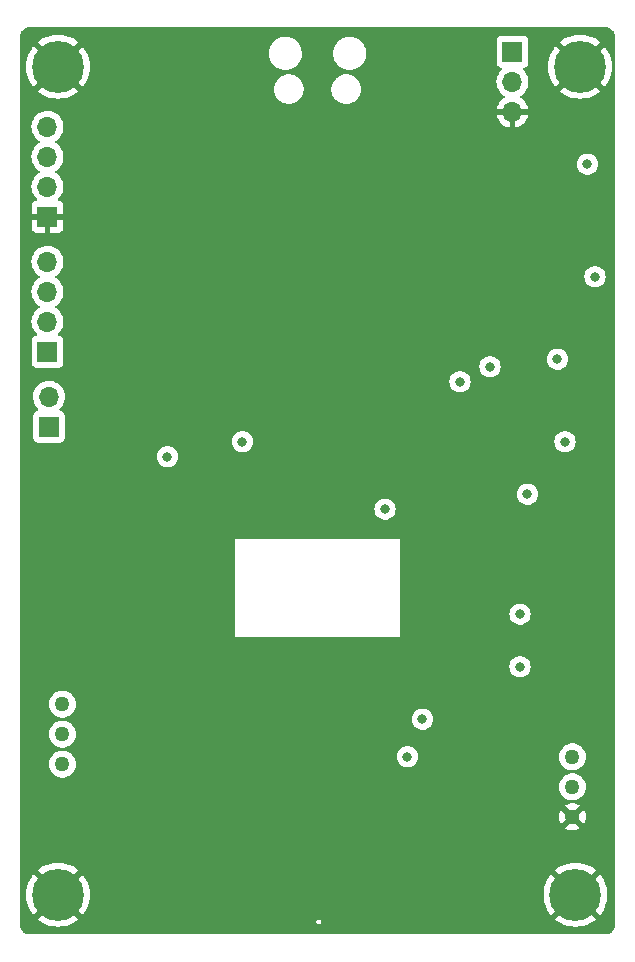
<source format=gbr>
%TF.GenerationSoftware,KiCad,Pcbnew,7.0.2-27-g7a50654f3b*%
%TF.CreationDate,2023-07-25T18:12:13-07:00*%
%TF.ProjectId,open_gamma_low_noise_v2,6f70656e-5f67-4616-9d6d-615f6c6f775f,rev?*%
%TF.SameCoordinates,Original*%
%TF.FileFunction,Copper,L2,Inr*%
%TF.FilePolarity,Positive*%
%FSLAX46Y46*%
G04 Gerber Fmt 4.6, Leading zero omitted, Abs format (unit mm)*
G04 Created by KiCad (PCBNEW 7.0.2-27-g7a50654f3b) date 2023-07-25 18:12:13*
%MOMM*%
%LPD*%
G01*
G04 APERTURE LIST*
%TA.AperFunction,ComponentPad*%
%ADD10R,1.700000X1.700000*%
%TD*%
%TA.AperFunction,ComponentPad*%
%ADD11O,1.700000X1.700000*%
%TD*%
%TA.AperFunction,ComponentPad*%
%ADD12C,0.700000*%
%TD*%
%TA.AperFunction,ComponentPad*%
%ADD13C,4.400000*%
%TD*%
%TA.AperFunction,ComponentPad*%
%ADD14C,1.269000*%
%TD*%
%TA.AperFunction,ViaPad*%
%ADD15C,0.800000*%
%TD*%
G04 APERTURE END LIST*
D10*
%TO.N,GND*%
%TO.C,I2C1*%
X149860000Y-60960000D03*
D11*
%TO.N,VCC*%
X149860000Y-58420000D03*
%TO.N,SCL*%
X149860000Y-55880000D03*
%TO.N,SDA*%
X149860000Y-53340000D03*
%TD*%
D12*
%TO.N,GND*%
%TO.C,H3*%
X149100000Y-118364000D03*
X149583274Y-117197274D03*
X149583274Y-119530726D03*
X150750000Y-116714000D03*
D13*
X150750000Y-118364000D03*
D12*
X150750000Y-120014000D03*
X151916726Y-117197274D03*
X151916726Y-119530726D03*
X152400000Y-118364000D03*
%TD*%
D14*
%TO.N,GND*%
%TO.C,R8*%
X194310000Y-111760000D03*
%TO.N,Net-(U1-IN-)*%
X194310000Y-109220000D03*
X194310000Y-106680000D03*
%TD*%
D10*
%TO.N,UART1RX*%
%TO.C,UART1*%
X149975000Y-78740000D03*
D11*
%TO.N,UART1TX*%
X149975000Y-76200000D03*
%TD*%
D14*
%TO.N,Net-(R2-Pad1)*%
%TO.C,R2*%
X151130000Y-107315000D03*
%TO.N,Net-(U5-FB)*%
X151130000Y-104775000D03*
X151130000Y-102235000D03*
%TD*%
D12*
%TO.N,GND*%
%TO.C,H4*%
X192914000Y-118364000D03*
X193397274Y-117197274D03*
X193397274Y-119530726D03*
X194564000Y-116714000D03*
D13*
X194564000Y-118364000D03*
D12*
X194564000Y-120014000D03*
X195730726Y-117197274D03*
X195730726Y-119530726D03*
X196214000Y-118364000D03*
%TD*%
%TO.N,GND*%
%TO.C,H2*%
X193296000Y-48260000D03*
X193779274Y-47093274D03*
X193779274Y-49426726D03*
X194946000Y-46610000D03*
D13*
X194946000Y-48260000D03*
D12*
X194946000Y-49910000D03*
X196112726Y-47093274D03*
X196112726Y-49426726D03*
X196596000Y-48260000D03*
%TD*%
D10*
%TO.N,VBUS*%
%TO.C,J3*%
X189230000Y-46990000D03*
D11*
%TO.N,VSYS*%
X189230000Y-49530000D03*
%TO.N,GND*%
X189230000Y-52070000D03*
%TD*%
D12*
%TO.N,GND*%
%TO.C,H1*%
X149100000Y-48260000D03*
X149583274Y-47093274D03*
X149583274Y-49426726D03*
X150750000Y-46610000D03*
D13*
X150750000Y-48260000D03*
D12*
X150750000Y-49910000D03*
X151916726Y-47093274D03*
X151916726Y-49426726D03*
X152400000Y-48260000D03*
%TD*%
D10*
%TO.N,CS*%
%TO.C,SPI1*%
X149860000Y-72390000D03*
D11*
%TO.N,RX*%
X149860000Y-69850000D03*
%TO.N,TX*%
X149860000Y-67310000D03*
%TO.N,SCK*%
X149860000Y-64770000D03*
%TD*%
D15*
%TO.N,GND*%
X177800000Y-108585000D03*
X194310000Y-102235000D03*
X189865000Y-91440000D03*
X186055000Y-101600000D03*
X195580000Y-95885000D03*
X187325000Y-75565000D03*
X191770000Y-64770000D03*
X165735000Y-77470000D03*
X153035000Y-97155000D03*
X165100000Y-104140000D03*
X184785000Y-77470000D03*
X156845000Y-114300000D03*
X192405000Y-94615000D03*
X185420000Y-90170000D03*
X154940000Y-98425000D03*
X155575000Y-111760000D03*
X183515000Y-99060000D03*
X163195000Y-110490000D03*
X188595000Y-84455000D03*
X188595000Y-114300000D03*
X184785000Y-96520000D03*
X189865000Y-113665000D03*
X188595000Y-69850000D03*
X182245000Y-114300000D03*
X179705000Y-62230000D03*
X155575000Y-84455000D03*
X155575000Y-107950000D03*
X149225000Y-83185000D03*
X163195000Y-114300000D03*
X188595000Y-110490000D03*
X165735000Y-64770000D03*
X160020000Y-90170000D03*
X175260000Y-100965000D03*
X195580000Y-58420000D03*
X191770000Y-68580000D03*
X165735000Y-52070000D03*
X194310000Y-100330000D03*
%TO.N,VCC*%
X181610000Y-103505000D03*
X196215000Y-66040000D03*
X189865000Y-94615000D03*
X190500000Y-84455000D03*
X189865000Y-99060000D03*
X195580000Y-56515000D03*
%TO.N,VSYS*%
X160020000Y-81280000D03*
X166370000Y-80010000D03*
%TO.N,RST*%
X187325000Y-73660000D03*
X184785000Y-74930000D03*
%TO.N,VREF*%
X180340000Y-106680000D03*
X178435000Y-85725000D03*
%TO.N,Net-(U4-+IN)*%
X193675000Y-80010000D03*
X193040000Y-73025000D03*
%TD*%
%TA.AperFunction,Conductor*%
%TO.N,GND*%
G36*
X197110061Y-44905097D02*
G01*
X197250947Y-44918973D01*
X197274775Y-44923712D01*
X197404396Y-44963032D01*
X197426844Y-44972331D01*
X197546296Y-45036179D01*
X197566506Y-45049683D01*
X197671204Y-45135605D01*
X197688394Y-45152795D01*
X197774316Y-45257493D01*
X197787820Y-45277703D01*
X197851665Y-45397147D01*
X197860968Y-45419606D01*
X197900285Y-45549217D01*
X197905027Y-45573057D01*
X197918903Y-45713937D01*
X197919500Y-45726092D01*
X197919500Y-120897907D01*
X197918903Y-120910062D01*
X197905027Y-121050941D01*
X197900285Y-121074781D01*
X197860968Y-121204393D01*
X197851665Y-121226852D01*
X197787820Y-121346296D01*
X197774316Y-121366506D01*
X197688394Y-121471204D01*
X197671204Y-121488394D01*
X197566506Y-121574316D01*
X197546296Y-121587820D01*
X197426852Y-121651665D01*
X197404393Y-121660968D01*
X197274781Y-121700285D01*
X197250941Y-121705027D01*
X197147575Y-121715208D01*
X197110060Y-121718903D01*
X197097907Y-121719500D01*
X148342093Y-121719500D01*
X148329939Y-121718903D01*
X148270238Y-121713022D01*
X148189058Y-121705027D01*
X148165218Y-121700285D01*
X148035606Y-121660968D01*
X148013150Y-121651666D01*
X147893703Y-121587820D01*
X147873493Y-121574316D01*
X147768795Y-121488394D01*
X147751605Y-121471204D01*
X147665683Y-121366506D01*
X147652179Y-121346296D01*
X147588331Y-121226844D01*
X147579031Y-121204393D01*
X147574321Y-121188865D01*
X147539712Y-121074775D01*
X147534973Y-121050947D01*
X147521097Y-120910061D01*
X147520500Y-120897907D01*
X147520500Y-118367736D01*
X148045291Y-118367736D01*
X148064560Y-118686302D01*
X148065462Y-118693732D01*
X148122990Y-119007651D01*
X148124778Y-119014907D01*
X148219729Y-119319613D01*
X148222374Y-119326589D01*
X148353362Y-119617631D01*
X148356836Y-119624251D01*
X148521945Y-119897373D01*
X148526191Y-119903525D01*
X148671477Y-120088968D01*
X149184070Y-119576375D01*
X149383274Y-119576375D01*
X149422887Y-119658631D01*
X149494266Y-119715553D01*
X149560742Y-119730726D01*
X149605806Y-119730726D01*
X149672282Y-119715553D01*
X149743661Y-119658631D01*
X149783274Y-119576375D01*
X149783274Y-119485077D01*
X149743661Y-119402821D01*
X149672282Y-119345899D01*
X149605806Y-119330726D01*
X149560742Y-119330726D01*
X149494266Y-119345899D01*
X149422887Y-119402821D01*
X149383274Y-119485077D01*
X149383274Y-119576375D01*
X149184070Y-119576375D01*
X149814210Y-118946234D01*
X149914894Y-119087624D01*
X150066932Y-119232592D01*
X150169222Y-119298330D01*
X149025030Y-120442521D01*
X149025030Y-120442522D01*
X149210474Y-120587808D01*
X149216626Y-120592054D01*
X149489748Y-120757163D01*
X149496368Y-120760637D01*
X149787410Y-120891625D01*
X149794386Y-120894270D01*
X150099092Y-120989221D01*
X150106348Y-120991009D01*
X150420267Y-121048537D01*
X150427697Y-121049439D01*
X150746264Y-121068709D01*
X150753736Y-121068709D01*
X151072302Y-121049439D01*
X151079732Y-121048537D01*
X151393651Y-120991009D01*
X151400907Y-120989221D01*
X151705613Y-120894270D01*
X151712589Y-120891625D01*
X152003631Y-120760637D01*
X152010251Y-120757163D01*
X152111819Y-120695763D01*
X172634500Y-120695763D01*
X172674212Y-120778224D01*
X172745769Y-120835290D01*
X172797199Y-120847028D01*
X172812409Y-120850500D01*
X172812410Y-120850500D01*
X172857591Y-120850500D01*
X172869974Y-120847673D01*
X172924231Y-120835290D01*
X172995788Y-120778224D01*
X173035500Y-120695763D01*
X173035500Y-120604237D01*
X172995788Y-120521776D01*
X172995786Y-120521774D01*
X172924231Y-120464710D01*
X172857591Y-120449500D01*
X172857590Y-120449500D01*
X172812410Y-120449500D01*
X172812409Y-120449500D01*
X172745768Y-120464710D01*
X172674213Y-120521774D01*
X172674212Y-120521775D01*
X172674212Y-120521776D01*
X172634500Y-120604237D01*
X172634500Y-120695763D01*
X152111819Y-120695763D01*
X152283369Y-120592057D01*
X152289524Y-120587808D01*
X152474968Y-120442522D01*
X152474968Y-120442521D01*
X151608822Y-119576375D01*
X151716726Y-119576375D01*
X151756339Y-119658631D01*
X151827718Y-119715553D01*
X151894194Y-119730726D01*
X151939258Y-119730726D01*
X152005734Y-119715553D01*
X152077113Y-119658631D01*
X152116726Y-119576375D01*
X152116726Y-119485077D01*
X152077113Y-119402821D01*
X152005734Y-119345899D01*
X151939258Y-119330726D01*
X151894194Y-119330726D01*
X151827718Y-119345899D01*
X151756339Y-119402821D01*
X151716726Y-119485077D01*
X151716726Y-119576375D01*
X151608822Y-119576375D01*
X151333306Y-119300859D01*
X151347410Y-119293589D01*
X151512540Y-119163729D01*
X151650110Y-119004965D01*
X151684665Y-118945112D01*
X152828521Y-120088968D01*
X152828522Y-120088968D01*
X152973808Y-119903524D01*
X152978057Y-119897369D01*
X153143163Y-119624251D01*
X153146637Y-119617631D01*
X153277625Y-119326589D01*
X153280270Y-119319613D01*
X153375221Y-119014907D01*
X153377009Y-119007651D01*
X153434537Y-118693732D01*
X153435439Y-118686302D01*
X153454709Y-118367736D01*
X191859291Y-118367736D01*
X191878560Y-118686302D01*
X191879462Y-118693732D01*
X191936990Y-119007651D01*
X191938778Y-119014907D01*
X192033729Y-119319613D01*
X192036374Y-119326589D01*
X192167362Y-119617631D01*
X192170836Y-119624251D01*
X192335945Y-119897373D01*
X192340191Y-119903525D01*
X192485477Y-120088968D01*
X192998070Y-119576375D01*
X193197274Y-119576375D01*
X193236887Y-119658631D01*
X193308266Y-119715553D01*
X193374742Y-119730726D01*
X193419806Y-119730726D01*
X193486282Y-119715553D01*
X193557661Y-119658631D01*
X193597274Y-119576375D01*
X193597274Y-119485077D01*
X193557661Y-119402821D01*
X193486282Y-119345899D01*
X193419806Y-119330726D01*
X193374742Y-119330726D01*
X193308266Y-119345899D01*
X193236887Y-119402821D01*
X193197274Y-119485077D01*
X193197274Y-119576375D01*
X192998070Y-119576375D01*
X193628211Y-118946235D01*
X193728894Y-119087624D01*
X193880932Y-119232592D01*
X193983222Y-119298330D01*
X192839030Y-120442521D01*
X192839030Y-120442522D01*
X193024474Y-120587808D01*
X193030626Y-120592054D01*
X193303748Y-120757163D01*
X193310368Y-120760637D01*
X193601410Y-120891625D01*
X193608386Y-120894270D01*
X193913092Y-120989221D01*
X193920348Y-120991009D01*
X194234267Y-121048537D01*
X194241697Y-121049439D01*
X194560264Y-121068709D01*
X194567736Y-121068709D01*
X194886302Y-121049439D01*
X194893732Y-121048537D01*
X195207651Y-120991009D01*
X195214907Y-120989221D01*
X195519613Y-120894270D01*
X195526589Y-120891625D01*
X195817631Y-120760637D01*
X195824251Y-120757163D01*
X196097369Y-120592057D01*
X196103524Y-120587808D01*
X196288968Y-120442522D01*
X196288968Y-120442521D01*
X195422822Y-119576375D01*
X195530726Y-119576375D01*
X195570339Y-119658631D01*
X195641718Y-119715553D01*
X195708194Y-119730726D01*
X195753258Y-119730726D01*
X195819734Y-119715553D01*
X195891113Y-119658631D01*
X195930726Y-119576375D01*
X195930726Y-119485077D01*
X195891113Y-119402821D01*
X195819734Y-119345899D01*
X195753258Y-119330726D01*
X195708194Y-119330726D01*
X195641718Y-119345899D01*
X195570339Y-119402821D01*
X195530726Y-119485077D01*
X195530726Y-119576375D01*
X195422822Y-119576375D01*
X195147306Y-119300859D01*
X195161410Y-119293589D01*
X195326540Y-119163729D01*
X195464110Y-119004965D01*
X195498665Y-118945112D01*
X196642521Y-120088968D01*
X196642522Y-120088968D01*
X196787808Y-119903524D01*
X196792057Y-119897369D01*
X196957163Y-119624251D01*
X196960637Y-119617631D01*
X197091625Y-119326589D01*
X197094270Y-119319613D01*
X197189221Y-119014907D01*
X197191009Y-119007651D01*
X197248537Y-118693732D01*
X197249439Y-118686302D01*
X197268709Y-118367736D01*
X197268709Y-118360263D01*
X197249439Y-118041697D01*
X197248537Y-118034267D01*
X197191009Y-117720348D01*
X197189221Y-117713092D01*
X197094270Y-117408386D01*
X197091625Y-117401410D01*
X196960637Y-117110368D01*
X196957163Y-117103748D01*
X196792054Y-116830626D01*
X196787808Y-116824474D01*
X196642521Y-116639030D01*
X195499788Y-117781763D01*
X195399106Y-117640376D01*
X195247068Y-117495408D01*
X195144776Y-117429668D01*
X195331521Y-117242923D01*
X195530726Y-117242923D01*
X195570339Y-117325179D01*
X195641718Y-117382101D01*
X195708194Y-117397274D01*
X195753258Y-117397274D01*
X195819734Y-117382101D01*
X195891113Y-117325179D01*
X195930726Y-117242923D01*
X195930726Y-117151625D01*
X195891113Y-117069369D01*
X195819734Y-117012447D01*
X195753258Y-116997274D01*
X195708194Y-116997274D01*
X195641718Y-117012447D01*
X195570339Y-117069369D01*
X195530726Y-117151625D01*
X195530726Y-117242923D01*
X195331521Y-117242923D01*
X196288968Y-116285477D01*
X196288968Y-116285476D01*
X196103525Y-116140191D01*
X196097373Y-116135945D01*
X195824251Y-115970836D01*
X195817631Y-115967362D01*
X195526589Y-115836374D01*
X195519613Y-115833729D01*
X195214907Y-115738778D01*
X195207651Y-115736990D01*
X194893732Y-115679462D01*
X194886302Y-115678560D01*
X194567736Y-115659291D01*
X194560264Y-115659291D01*
X194241697Y-115678560D01*
X194234267Y-115679462D01*
X193920348Y-115736990D01*
X193913092Y-115738778D01*
X193608386Y-115833729D01*
X193601410Y-115836374D01*
X193310368Y-115967362D01*
X193303748Y-115970836D01*
X193030626Y-116135945D01*
X193024474Y-116140191D01*
X192839030Y-116285476D01*
X192839030Y-116285477D01*
X193980693Y-117427140D01*
X193966590Y-117434411D01*
X193801460Y-117564271D01*
X193663890Y-117723035D01*
X193629334Y-117782887D01*
X193089370Y-117242923D01*
X193197274Y-117242923D01*
X193236887Y-117325179D01*
X193308266Y-117382101D01*
X193374742Y-117397274D01*
X193419806Y-117397274D01*
X193486282Y-117382101D01*
X193557661Y-117325179D01*
X193597274Y-117242923D01*
X193597274Y-117151625D01*
X193557661Y-117069369D01*
X193486282Y-117012447D01*
X193419806Y-116997274D01*
X193374742Y-116997274D01*
X193308266Y-117012447D01*
X193236887Y-117069369D01*
X193197274Y-117151625D01*
X193197274Y-117242923D01*
X193089370Y-117242923D01*
X192485477Y-116639030D01*
X192485476Y-116639030D01*
X192340191Y-116824474D01*
X192335945Y-116830626D01*
X192170836Y-117103748D01*
X192167362Y-117110368D01*
X192036374Y-117401410D01*
X192033729Y-117408386D01*
X191938778Y-117713092D01*
X191936990Y-117720348D01*
X191879462Y-118034267D01*
X191878560Y-118041697D01*
X191859291Y-118360263D01*
X191859291Y-118367736D01*
X153454709Y-118367736D01*
X153454709Y-118360263D01*
X153435439Y-118041697D01*
X153434537Y-118034267D01*
X153377009Y-117720348D01*
X153375221Y-117713092D01*
X153280270Y-117408386D01*
X153277625Y-117401410D01*
X153146637Y-117110368D01*
X153143163Y-117103748D01*
X152978054Y-116830626D01*
X152973808Y-116824474D01*
X152828521Y-116639030D01*
X151685788Y-117781763D01*
X151585106Y-117640376D01*
X151433068Y-117495408D01*
X151330776Y-117429668D01*
X151517521Y-117242923D01*
X151716726Y-117242923D01*
X151756339Y-117325179D01*
X151827718Y-117382101D01*
X151894194Y-117397274D01*
X151939258Y-117397274D01*
X152005734Y-117382101D01*
X152077113Y-117325179D01*
X152116726Y-117242923D01*
X152116726Y-117151625D01*
X152077113Y-117069369D01*
X152005734Y-117012447D01*
X151939258Y-116997274D01*
X151894194Y-116997274D01*
X151827718Y-117012447D01*
X151756339Y-117069369D01*
X151716726Y-117151625D01*
X151716726Y-117242923D01*
X151517521Y-117242923D01*
X152474968Y-116285477D01*
X152474968Y-116285476D01*
X152289525Y-116140191D01*
X152283373Y-116135945D01*
X152010251Y-115970836D01*
X152003631Y-115967362D01*
X151712589Y-115836374D01*
X151705613Y-115833729D01*
X151400907Y-115738778D01*
X151393651Y-115736990D01*
X151079732Y-115679462D01*
X151072302Y-115678560D01*
X150753736Y-115659291D01*
X150746264Y-115659291D01*
X150427697Y-115678560D01*
X150420267Y-115679462D01*
X150106348Y-115736990D01*
X150099092Y-115738778D01*
X149794386Y-115833729D01*
X149787410Y-115836374D01*
X149496368Y-115967362D01*
X149489748Y-115970836D01*
X149216626Y-116135945D01*
X149210474Y-116140191D01*
X149025030Y-116285476D01*
X149025030Y-116285477D01*
X150166693Y-117427140D01*
X150152590Y-117434411D01*
X149987460Y-117564271D01*
X149849890Y-117723035D01*
X149815334Y-117782887D01*
X149275370Y-117242923D01*
X149383274Y-117242923D01*
X149422887Y-117325179D01*
X149494266Y-117382101D01*
X149560742Y-117397274D01*
X149605806Y-117397274D01*
X149672282Y-117382101D01*
X149743661Y-117325179D01*
X149783274Y-117242923D01*
X149783274Y-117151625D01*
X149743661Y-117069369D01*
X149672282Y-117012447D01*
X149605806Y-116997274D01*
X149560742Y-116997274D01*
X149494266Y-117012447D01*
X149422887Y-117069369D01*
X149383274Y-117151625D01*
X149383274Y-117242923D01*
X149275370Y-117242923D01*
X148671477Y-116639030D01*
X148671476Y-116639030D01*
X148526191Y-116824474D01*
X148521945Y-116830626D01*
X148356836Y-117103748D01*
X148353362Y-117110368D01*
X148222374Y-117401410D01*
X148219729Y-117408386D01*
X148124778Y-117713092D01*
X148122990Y-117720348D01*
X148065462Y-118034267D01*
X148064560Y-118041697D01*
X148045291Y-118360263D01*
X148045291Y-118367736D01*
X147520500Y-118367736D01*
X147520500Y-111760000D01*
X193170640Y-111760000D01*
X193190039Y-111969358D01*
X193247576Y-112171582D01*
X193341297Y-112359796D01*
X193347902Y-112368543D01*
X193937131Y-111779314D01*
X193936165Y-111790977D01*
X193966479Y-111910682D01*
X194034018Y-112014059D01*
X194131465Y-112089905D01*
X194248258Y-112130000D01*
X194293553Y-112130000D01*
X193704251Y-112719300D01*
X193802148Y-112779915D01*
X193998194Y-112855864D01*
X194204875Y-112894500D01*
X194415125Y-112894500D01*
X194621800Y-112855865D01*
X194817856Y-112779912D01*
X194915747Y-112719300D01*
X194326448Y-112130000D01*
X194340658Y-112130000D01*
X194431800Y-112114791D01*
X194540401Y-112056019D01*
X194624035Y-111965169D01*
X194673638Y-111852086D01*
X194679912Y-111776359D01*
X195272096Y-112368543D01*
X195278703Y-112359795D01*
X195372423Y-112171582D01*
X195429960Y-111969358D01*
X195449359Y-111760000D01*
X195429960Y-111550641D01*
X195372423Y-111348417D01*
X195278702Y-111160201D01*
X195272097Y-111151455D01*
X194682868Y-111740684D01*
X194683835Y-111729023D01*
X194653521Y-111609318D01*
X194585982Y-111505941D01*
X194488535Y-111430095D01*
X194371742Y-111390000D01*
X194326447Y-111390000D01*
X194915747Y-110800698D01*
X194915746Y-110800697D01*
X194817854Y-110740085D01*
X194621805Y-110664135D01*
X194415125Y-110625500D01*
X194204875Y-110625500D01*
X193998194Y-110664135D01*
X193802149Y-110740084D01*
X193704251Y-110800698D01*
X194293554Y-111390000D01*
X194279342Y-111390000D01*
X194188200Y-111405209D01*
X194079599Y-111463981D01*
X193995965Y-111554831D01*
X193946362Y-111667914D01*
X193940087Y-111743640D01*
X193347902Y-111151455D01*
X193347900Y-111151456D01*
X193341298Y-111160200D01*
X193247576Y-111348417D01*
X193190039Y-111550641D01*
X193170640Y-111760000D01*
X147520500Y-111760000D01*
X147520500Y-109220000D01*
X193170138Y-109220000D01*
X193189546Y-109429450D01*
X193247108Y-109631763D01*
X193340871Y-109820062D01*
X193467630Y-109987919D01*
X193623077Y-110129628D01*
X193623079Y-110129629D01*
X193623080Y-110129630D01*
X193801920Y-110240363D01*
X193998062Y-110316349D01*
X194204827Y-110355000D01*
X194204829Y-110355000D01*
X194415171Y-110355000D01*
X194415173Y-110355000D01*
X194621938Y-110316349D01*
X194818080Y-110240363D01*
X194996920Y-110129630D01*
X195152368Y-109987920D01*
X195279130Y-109820060D01*
X195372890Y-109631766D01*
X195430454Y-109429449D01*
X195449862Y-109220000D01*
X195430454Y-109010551D01*
X195372890Y-108808234D01*
X195279130Y-108619940D01*
X195279128Y-108619937D01*
X195152369Y-108452080D01*
X194996922Y-108310371D01*
X194818080Y-108199637D01*
X194818079Y-108199637D01*
X194621938Y-108123651D01*
X194415173Y-108085000D01*
X194204827Y-108085000D01*
X193998062Y-108123651D01*
X193801919Y-108199637D01*
X193623077Y-108310371D01*
X193467630Y-108452080D01*
X193340871Y-108619937D01*
X193247108Y-108808236D01*
X193189546Y-109010549D01*
X193170138Y-109220000D01*
X147520500Y-109220000D01*
X147520500Y-107315000D01*
X149990138Y-107315000D01*
X150009546Y-107524450D01*
X150067108Y-107726763D01*
X150160871Y-107915062D01*
X150287630Y-108082919D01*
X150443077Y-108224628D01*
X150443079Y-108224629D01*
X150443080Y-108224630D01*
X150621920Y-108335363D01*
X150818062Y-108411349D01*
X151024827Y-108450000D01*
X151024829Y-108450000D01*
X151235171Y-108450000D01*
X151235173Y-108450000D01*
X151441938Y-108411349D01*
X151638080Y-108335363D01*
X151816920Y-108224630D01*
X151972368Y-108082920D01*
X152099130Y-107915060D01*
X152192890Y-107726766D01*
X152250454Y-107524449D01*
X152269862Y-107315000D01*
X152250454Y-107105551D01*
X152192890Y-106903234D01*
X152099130Y-106714940D01*
X152072745Y-106680000D01*
X179434540Y-106680000D01*
X179454326Y-106868257D01*
X179512820Y-107048284D01*
X179607466Y-107212216D01*
X179734129Y-107352889D01*
X179887269Y-107464151D01*
X180060197Y-107541144D01*
X180245352Y-107580500D01*
X180245354Y-107580500D01*
X180434648Y-107580500D01*
X180558083Y-107554262D01*
X180619803Y-107541144D01*
X180792730Y-107464151D01*
X180945871Y-107352888D01*
X181072533Y-107212216D01*
X181167179Y-107048284D01*
X181225674Y-106868256D01*
X181245460Y-106680000D01*
X193170138Y-106680000D01*
X193189546Y-106889450D01*
X193247108Y-107091763D01*
X193340871Y-107280062D01*
X193467630Y-107447919D01*
X193623077Y-107589628D01*
X193623079Y-107589629D01*
X193623080Y-107589630D01*
X193801920Y-107700363D01*
X193998062Y-107776349D01*
X194204827Y-107815000D01*
X194204829Y-107815000D01*
X194415171Y-107815000D01*
X194415173Y-107815000D01*
X194621938Y-107776349D01*
X194818080Y-107700363D01*
X194996920Y-107589630D01*
X195152368Y-107447920D01*
X195279130Y-107280060D01*
X195372890Y-107091766D01*
X195430454Y-106889449D01*
X195449862Y-106680000D01*
X195430454Y-106470551D01*
X195385262Y-106311716D01*
X195372891Y-106268236D01*
X195328954Y-106180000D01*
X195279130Y-106079940D01*
X195224133Y-106007112D01*
X195152369Y-105912080D01*
X194996922Y-105770371D01*
X194818080Y-105659637D01*
X194621938Y-105583651D01*
X194415173Y-105545000D01*
X194204827Y-105545000D01*
X193998061Y-105583650D01*
X193998062Y-105583651D01*
X193801919Y-105659637D01*
X193623077Y-105770371D01*
X193467630Y-105912080D01*
X193340871Y-106079937D01*
X193247108Y-106268236D01*
X193189546Y-106470549D01*
X193170138Y-106680000D01*
X181245460Y-106680000D01*
X181225674Y-106491744D01*
X181167179Y-106311716D01*
X181167179Y-106311715D01*
X181072533Y-106147783D01*
X180945870Y-106007110D01*
X180792730Y-105895848D01*
X180619802Y-105818855D01*
X180434648Y-105779500D01*
X180434646Y-105779500D01*
X180245354Y-105779500D01*
X180245352Y-105779500D01*
X180060197Y-105818855D01*
X179887269Y-105895848D01*
X179734129Y-106007110D01*
X179607466Y-106147783D01*
X179512820Y-106311715D01*
X179454326Y-106491742D01*
X179434540Y-106680000D01*
X152072745Y-106680000D01*
X152072744Y-106679999D01*
X151972369Y-106547080D01*
X151816922Y-106405371D01*
X151638080Y-106294637D01*
X151569926Y-106268234D01*
X151441938Y-106218651D01*
X151235173Y-106180000D01*
X151024827Y-106180000D01*
X150818061Y-106218651D01*
X150818062Y-106218651D01*
X150621919Y-106294637D01*
X150443077Y-106405371D01*
X150287630Y-106547080D01*
X150160871Y-106714937D01*
X150067108Y-106903236D01*
X150009546Y-107105549D01*
X149990138Y-107315000D01*
X147520500Y-107315000D01*
X147520500Y-104775000D01*
X149990138Y-104775000D01*
X150009546Y-104984450D01*
X150067108Y-105186763D01*
X150160871Y-105375062D01*
X150287630Y-105542919D01*
X150443077Y-105684628D01*
X150443079Y-105684629D01*
X150443080Y-105684630D01*
X150621920Y-105795363D01*
X150818062Y-105871349D01*
X151024827Y-105910000D01*
X151024829Y-105910000D01*
X151235171Y-105910000D01*
X151235173Y-105910000D01*
X151441938Y-105871349D01*
X151638080Y-105795363D01*
X151816920Y-105684630D01*
X151972368Y-105542920D01*
X152099130Y-105375060D01*
X152192890Y-105186766D01*
X152250454Y-104984449D01*
X152269862Y-104775000D01*
X152250454Y-104565551D01*
X152192890Y-104363234D01*
X152099130Y-104174940D01*
X152099128Y-104174937D01*
X151972369Y-104007080D01*
X151816922Y-103865371D01*
X151638080Y-103754637D01*
X151479640Y-103693257D01*
X151441938Y-103678651D01*
X151235173Y-103640000D01*
X151024827Y-103640000D01*
X150818062Y-103678650D01*
X150818062Y-103678651D01*
X150621919Y-103754637D01*
X150443077Y-103865371D01*
X150287630Y-104007080D01*
X150160871Y-104174937D01*
X150067108Y-104363236D01*
X150009546Y-104565549D01*
X149990138Y-104775000D01*
X147520500Y-104775000D01*
X147520500Y-103504999D01*
X180704540Y-103504999D01*
X180724326Y-103693257D01*
X180782820Y-103873284D01*
X180877466Y-104037216D01*
X181004129Y-104177889D01*
X181157269Y-104289151D01*
X181330197Y-104366144D01*
X181515352Y-104405500D01*
X181515354Y-104405500D01*
X181704648Y-104405500D01*
X181828084Y-104379262D01*
X181889803Y-104366144D01*
X182062730Y-104289151D01*
X182215871Y-104177888D01*
X182342533Y-104037216D01*
X182437179Y-103873284D01*
X182495674Y-103693256D01*
X182515460Y-103505000D01*
X182495674Y-103316744D01*
X182465332Y-103223363D01*
X182437179Y-103136715D01*
X182342533Y-102972783D01*
X182215870Y-102832110D01*
X182062730Y-102720848D01*
X181889802Y-102643855D01*
X181704648Y-102604500D01*
X181704646Y-102604500D01*
X181515354Y-102604500D01*
X181515352Y-102604500D01*
X181330197Y-102643855D01*
X181157269Y-102720848D01*
X181004129Y-102832110D01*
X180877466Y-102972783D01*
X180782820Y-103136715D01*
X180724326Y-103316742D01*
X180704540Y-103504999D01*
X147520500Y-103504999D01*
X147520500Y-102235000D01*
X149990138Y-102235000D01*
X150009546Y-102444450D01*
X150067108Y-102646763D01*
X150160871Y-102835062D01*
X150287630Y-103002919D01*
X150443077Y-103144628D01*
X150443079Y-103144629D01*
X150443080Y-103144630D01*
X150621920Y-103255363D01*
X150818062Y-103331349D01*
X151024827Y-103370000D01*
X151024829Y-103370000D01*
X151235171Y-103370000D01*
X151235173Y-103370000D01*
X151441938Y-103331349D01*
X151638080Y-103255363D01*
X151816920Y-103144630D01*
X151972368Y-103002920D01*
X151995127Y-102972783D01*
X152099128Y-102835062D01*
X152099130Y-102835060D01*
X152192890Y-102646766D01*
X152250454Y-102444449D01*
X152269862Y-102235000D01*
X152250454Y-102025551D01*
X152192890Y-101823234D01*
X152099130Y-101634940D01*
X152099128Y-101634937D01*
X151972369Y-101467080D01*
X151816922Y-101325371D01*
X151638080Y-101214637D01*
X151638079Y-101214637D01*
X151441938Y-101138651D01*
X151235173Y-101100000D01*
X151024827Y-101100000D01*
X150818061Y-101138651D01*
X150818062Y-101138651D01*
X150621919Y-101214637D01*
X150443077Y-101325371D01*
X150287630Y-101467080D01*
X150160871Y-101634937D01*
X150067108Y-101823236D01*
X150009546Y-102025549D01*
X149990138Y-102235000D01*
X147520500Y-102235000D01*
X147520500Y-99060000D01*
X188959540Y-99060000D01*
X188979326Y-99248257D01*
X189037820Y-99428284D01*
X189132466Y-99592216D01*
X189259129Y-99732889D01*
X189412269Y-99844151D01*
X189585197Y-99921144D01*
X189770352Y-99960500D01*
X189770354Y-99960500D01*
X189959648Y-99960500D01*
X190083083Y-99934262D01*
X190144803Y-99921144D01*
X190317730Y-99844151D01*
X190470871Y-99732888D01*
X190597533Y-99592216D01*
X190692179Y-99428284D01*
X190750674Y-99248256D01*
X190770460Y-99060000D01*
X190750674Y-98871744D01*
X190692179Y-98691716D01*
X190692179Y-98691715D01*
X190597533Y-98527783D01*
X190470870Y-98387110D01*
X190317730Y-98275848D01*
X190144802Y-98198855D01*
X189959648Y-98159500D01*
X189959646Y-98159500D01*
X189770354Y-98159500D01*
X189770352Y-98159500D01*
X189585197Y-98198855D01*
X189412269Y-98275848D01*
X189259129Y-98387110D01*
X189132466Y-98527783D01*
X189037820Y-98691715D01*
X188979326Y-98871742D01*
X188959540Y-99060000D01*
X147520500Y-99060000D01*
X147520500Y-88265000D01*
X165735000Y-88265000D01*
X165735000Y-96520000D01*
X179705000Y-96520000D01*
X179705000Y-94615000D01*
X188959540Y-94615000D01*
X188979326Y-94803257D01*
X189037820Y-94983284D01*
X189132466Y-95147216D01*
X189259129Y-95287889D01*
X189412269Y-95399151D01*
X189585197Y-95476144D01*
X189770352Y-95515500D01*
X189770354Y-95515500D01*
X189959648Y-95515500D01*
X190083083Y-95489262D01*
X190144803Y-95476144D01*
X190317730Y-95399151D01*
X190470871Y-95287888D01*
X190597533Y-95147216D01*
X190692179Y-94983284D01*
X190750674Y-94803256D01*
X190770460Y-94615000D01*
X190750674Y-94426744D01*
X190692179Y-94246716D01*
X190692179Y-94246715D01*
X190597533Y-94082783D01*
X190470870Y-93942110D01*
X190317730Y-93830848D01*
X190144802Y-93753855D01*
X189959648Y-93714500D01*
X189959646Y-93714500D01*
X189770354Y-93714500D01*
X189770352Y-93714500D01*
X189585197Y-93753855D01*
X189412269Y-93830848D01*
X189259129Y-93942110D01*
X189132466Y-94082783D01*
X189037820Y-94246715D01*
X188979326Y-94426742D01*
X188959540Y-94615000D01*
X179705000Y-94615000D01*
X179705000Y-88265000D01*
X165735000Y-88265000D01*
X147520500Y-88265000D01*
X147520500Y-85725000D01*
X177529540Y-85725000D01*
X177549326Y-85913257D01*
X177607820Y-86093284D01*
X177702466Y-86257216D01*
X177829129Y-86397889D01*
X177982269Y-86509151D01*
X178155197Y-86586144D01*
X178340352Y-86625500D01*
X178340354Y-86625500D01*
X178529648Y-86625500D01*
X178653083Y-86599262D01*
X178714803Y-86586144D01*
X178887730Y-86509151D01*
X179040871Y-86397888D01*
X179167533Y-86257216D01*
X179262179Y-86093284D01*
X179320674Y-85913256D01*
X179340460Y-85725000D01*
X179320674Y-85536744D01*
X179262179Y-85356716D01*
X179262179Y-85356715D01*
X179167533Y-85192783D01*
X179040870Y-85052110D01*
X178887730Y-84940848D01*
X178714802Y-84863855D01*
X178529648Y-84824500D01*
X178529646Y-84824500D01*
X178340354Y-84824500D01*
X178340352Y-84824500D01*
X178155197Y-84863855D01*
X177982269Y-84940848D01*
X177829129Y-85052110D01*
X177702466Y-85192783D01*
X177607820Y-85356715D01*
X177549326Y-85536742D01*
X177529540Y-85725000D01*
X147520500Y-85725000D01*
X147520500Y-84455000D01*
X189594540Y-84455000D01*
X189614326Y-84643257D01*
X189672820Y-84823284D01*
X189767466Y-84987216D01*
X189894129Y-85127889D01*
X190047269Y-85239151D01*
X190220197Y-85316144D01*
X190405352Y-85355500D01*
X190405354Y-85355500D01*
X190594648Y-85355500D01*
X190718084Y-85329262D01*
X190779803Y-85316144D01*
X190952730Y-85239151D01*
X191105871Y-85127888D01*
X191232533Y-84987216D01*
X191327179Y-84823284D01*
X191385674Y-84643256D01*
X191405460Y-84455000D01*
X191385674Y-84266744D01*
X191327179Y-84086716D01*
X191327179Y-84086715D01*
X191232533Y-83922783D01*
X191105870Y-83782110D01*
X190952730Y-83670848D01*
X190779802Y-83593855D01*
X190594648Y-83554500D01*
X190594646Y-83554500D01*
X190405354Y-83554500D01*
X190405352Y-83554500D01*
X190220197Y-83593855D01*
X190047269Y-83670848D01*
X189894129Y-83782110D01*
X189767466Y-83922783D01*
X189672820Y-84086715D01*
X189614326Y-84266742D01*
X189594540Y-84455000D01*
X147520500Y-84455000D01*
X147520500Y-81280000D01*
X159114540Y-81280000D01*
X159134326Y-81468257D01*
X159192820Y-81648284D01*
X159287466Y-81812216D01*
X159414129Y-81952889D01*
X159567269Y-82064151D01*
X159740197Y-82141144D01*
X159925352Y-82180500D01*
X159925354Y-82180500D01*
X160114648Y-82180500D01*
X160238083Y-82154262D01*
X160299803Y-82141144D01*
X160472730Y-82064151D01*
X160625871Y-81952888D01*
X160752533Y-81812216D01*
X160847179Y-81648284D01*
X160905674Y-81468256D01*
X160925460Y-81280000D01*
X160905674Y-81091744D01*
X160847179Y-80911716D01*
X160847179Y-80911715D01*
X160752533Y-80747783D01*
X160625870Y-80607110D01*
X160472730Y-80495848D01*
X160299802Y-80418855D01*
X160114648Y-80379500D01*
X160114646Y-80379500D01*
X159925354Y-80379500D01*
X159925352Y-80379500D01*
X159740197Y-80418855D01*
X159567269Y-80495848D01*
X159414129Y-80607110D01*
X159287466Y-80747783D01*
X159192820Y-80911715D01*
X159134326Y-81091742D01*
X159114540Y-81280000D01*
X147520500Y-81280000D01*
X147520500Y-76199999D01*
X148619340Y-76199999D01*
X148639936Y-76435407D01*
X148684709Y-76602502D01*
X148701097Y-76663663D01*
X148800965Y-76877830D01*
X148936505Y-77071401D01*
X148936508Y-77071404D01*
X149058430Y-77193326D01*
X149091915Y-77254649D01*
X149086931Y-77324341D01*
X149045059Y-77380274D01*
X149014083Y-77397189D01*
X148882669Y-77446204D01*
X148767454Y-77532454D01*
X148681204Y-77647668D01*
X148630910Y-77782515D01*
X148630909Y-77782517D01*
X148624500Y-77842127D01*
X148624500Y-77845448D01*
X148624500Y-77845449D01*
X148624500Y-79634560D01*
X148624500Y-79634578D01*
X148624501Y-79637872D01*
X148630909Y-79697483D01*
X148681204Y-79832331D01*
X148767454Y-79947546D01*
X148882669Y-80033796D01*
X149017517Y-80084091D01*
X149077127Y-80090500D01*
X150872872Y-80090499D01*
X150932483Y-80084091D01*
X151067331Y-80033796D01*
X151099118Y-80010000D01*
X165464540Y-80010000D01*
X165484326Y-80198257D01*
X165542820Y-80378284D01*
X165637466Y-80542216D01*
X165764129Y-80682889D01*
X165917269Y-80794151D01*
X166090197Y-80871144D01*
X166275352Y-80910500D01*
X166275354Y-80910500D01*
X166464648Y-80910500D01*
X166588083Y-80884262D01*
X166649803Y-80871144D01*
X166822730Y-80794151D01*
X166975871Y-80682888D01*
X167102533Y-80542216D01*
X167197179Y-80378284D01*
X167255674Y-80198256D01*
X167275460Y-80010000D01*
X167275460Y-80009999D01*
X192769540Y-80009999D01*
X192789326Y-80198257D01*
X192847820Y-80378284D01*
X192942466Y-80542216D01*
X193069129Y-80682889D01*
X193222269Y-80794151D01*
X193395197Y-80871144D01*
X193580352Y-80910500D01*
X193580354Y-80910500D01*
X193769648Y-80910500D01*
X193893084Y-80884262D01*
X193954803Y-80871144D01*
X194127730Y-80794151D01*
X194280871Y-80682888D01*
X194407533Y-80542216D01*
X194502179Y-80378284D01*
X194560674Y-80198256D01*
X194580460Y-80010000D01*
X194560674Y-79821744D01*
X194502179Y-79641716D01*
X194502179Y-79641715D01*
X194407533Y-79477783D01*
X194280870Y-79337110D01*
X194127730Y-79225848D01*
X193954802Y-79148855D01*
X193769648Y-79109500D01*
X193769646Y-79109500D01*
X193580354Y-79109500D01*
X193580352Y-79109500D01*
X193395197Y-79148855D01*
X193222269Y-79225848D01*
X193069129Y-79337110D01*
X192942466Y-79477783D01*
X192847820Y-79641715D01*
X192789326Y-79821742D01*
X192769540Y-80009999D01*
X167275460Y-80009999D01*
X167255674Y-79821744D01*
X167197179Y-79641716D01*
X167197179Y-79641715D01*
X167102533Y-79477783D01*
X166975870Y-79337110D01*
X166822730Y-79225848D01*
X166649802Y-79148855D01*
X166464648Y-79109500D01*
X166464646Y-79109500D01*
X166275354Y-79109500D01*
X166275352Y-79109500D01*
X166090197Y-79148855D01*
X165917269Y-79225848D01*
X165764129Y-79337110D01*
X165637466Y-79477783D01*
X165542820Y-79641715D01*
X165484326Y-79821742D01*
X165464540Y-80010000D01*
X151099118Y-80010000D01*
X151182546Y-79947546D01*
X151268796Y-79832331D01*
X151319091Y-79697483D01*
X151325500Y-79637873D01*
X151325499Y-77842128D01*
X151319091Y-77782517D01*
X151268796Y-77647669D01*
X151182546Y-77532454D01*
X151067331Y-77446204D01*
X151005898Y-77423291D01*
X150935916Y-77397189D01*
X150879983Y-77355317D01*
X150855566Y-77289853D01*
X150870418Y-77221580D01*
X150891563Y-77193332D01*
X151013495Y-77071401D01*
X151149035Y-76877830D01*
X151248903Y-76663663D01*
X151310063Y-76435408D01*
X151330659Y-76200000D01*
X151310063Y-75964592D01*
X151248903Y-75736337D01*
X151149035Y-75522171D01*
X151013495Y-75328599D01*
X150846401Y-75161505D01*
X150652830Y-75025965D01*
X150447033Y-74930000D01*
X183879540Y-74930000D01*
X183899326Y-75118257D01*
X183957820Y-75298284D01*
X184052466Y-75462216D01*
X184179129Y-75602889D01*
X184332269Y-75714151D01*
X184505197Y-75791144D01*
X184690352Y-75830500D01*
X184690354Y-75830500D01*
X184879648Y-75830500D01*
X185003084Y-75804262D01*
X185064803Y-75791144D01*
X185237730Y-75714151D01*
X185390871Y-75602888D01*
X185517533Y-75462216D01*
X185612179Y-75298284D01*
X185670674Y-75118256D01*
X185690460Y-74930000D01*
X185670674Y-74741744D01*
X185612179Y-74561716D01*
X185612179Y-74561715D01*
X185517533Y-74397783D01*
X185390870Y-74257110D01*
X185237730Y-74145848D01*
X185064802Y-74068855D01*
X184879648Y-74029500D01*
X184879646Y-74029500D01*
X184690354Y-74029500D01*
X184690352Y-74029500D01*
X184505197Y-74068855D01*
X184332269Y-74145848D01*
X184179129Y-74257110D01*
X184052466Y-74397783D01*
X183957820Y-74561715D01*
X183899326Y-74741742D01*
X183879540Y-74930000D01*
X150447033Y-74930000D01*
X150438663Y-74926097D01*
X150377501Y-74909709D01*
X150210407Y-74864936D01*
X149974999Y-74844340D01*
X149739592Y-74864936D01*
X149511336Y-74926097D01*
X149297170Y-75025965D01*
X149103598Y-75161505D01*
X148936505Y-75328598D01*
X148800965Y-75522170D01*
X148701097Y-75736336D01*
X148639936Y-75964592D01*
X148619340Y-76199999D01*
X147520500Y-76199999D01*
X147520500Y-69849999D01*
X148504340Y-69849999D01*
X148524936Y-70085407D01*
X148569709Y-70252502D01*
X148586097Y-70313663D01*
X148685965Y-70527830D01*
X148821505Y-70721401D01*
X148821508Y-70721404D01*
X148943430Y-70843326D01*
X148976915Y-70904649D01*
X148971931Y-70974341D01*
X148930059Y-71030274D01*
X148899083Y-71047189D01*
X148767669Y-71096204D01*
X148652454Y-71182454D01*
X148566204Y-71297668D01*
X148515910Y-71432515D01*
X148515909Y-71432517D01*
X148509500Y-71492127D01*
X148509500Y-71495448D01*
X148509500Y-71495449D01*
X148509500Y-73284560D01*
X148509500Y-73284578D01*
X148509501Y-73287872D01*
X148515909Y-73347483D01*
X148566204Y-73482331D01*
X148652454Y-73597546D01*
X148767669Y-73683796D01*
X148902517Y-73734091D01*
X148962127Y-73740500D01*
X150757872Y-73740499D01*
X150817483Y-73734091D01*
X150952331Y-73683796D01*
X150984120Y-73659999D01*
X186419540Y-73659999D01*
X186439326Y-73848257D01*
X186497820Y-74028284D01*
X186592466Y-74192216D01*
X186719129Y-74332889D01*
X186872269Y-74444151D01*
X187045197Y-74521144D01*
X187230352Y-74560500D01*
X187230354Y-74560500D01*
X187419648Y-74560500D01*
X187543083Y-74534262D01*
X187604803Y-74521144D01*
X187777730Y-74444151D01*
X187930871Y-74332888D01*
X188057533Y-74192216D01*
X188152179Y-74028284D01*
X188210674Y-73848256D01*
X188230460Y-73660000D01*
X188210674Y-73471744D01*
X188152179Y-73291716D01*
X188152179Y-73291715D01*
X188057533Y-73127783D01*
X187964986Y-73025000D01*
X192134540Y-73025000D01*
X192154326Y-73213257D01*
X192212820Y-73393284D01*
X192307466Y-73557216D01*
X192434129Y-73697889D01*
X192587269Y-73809151D01*
X192760197Y-73886144D01*
X192945352Y-73925500D01*
X192945354Y-73925500D01*
X193134648Y-73925500D01*
X193258083Y-73899262D01*
X193319803Y-73886144D01*
X193492730Y-73809151D01*
X193492729Y-73809150D01*
X193645870Y-73697889D01*
X193658560Y-73683796D01*
X193772533Y-73557216D01*
X193867179Y-73393284D01*
X193925674Y-73213256D01*
X193945460Y-73025000D01*
X193925674Y-72836744D01*
X193867179Y-72656716D01*
X193867179Y-72656715D01*
X193772533Y-72492783D01*
X193645870Y-72352110D01*
X193492730Y-72240848D01*
X193319802Y-72163855D01*
X193134648Y-72124500D01*
X193134646Y-72124500D01*
X192945354Y-72124500D01*
X192945352Y-72124500D01*
X192760197Y-72163855D01*
X192587269Y-72240848D01*
X192434129Y-72352110D01*
X192307466Y-72492783D01*
X192212820Y-72656715D01*
X192154326Y-72836742D01*
X192134540Y-73025000D01*
X187964986Y-73025000D01*
X187930870Y-72987110D01*
X187777730Y-72875848D01*
X187604802Y-72798855D01*
X187419648Y-72759500D01*
X187419646Y-72759500D01*
X187230354Y-72759500D01*
X187230352Y-72759500D01*
X187045197Y-72798855D01*
X186872269Y-72875848D01*
X186719129Y-72987110D01*
X186592466Y-73127783D01*
X186497820Y-73291715D01*
X186439326Y-73471742D01*
X186419540Y-73659999D01*
X150984120Y-73659999D01*
X151067546Y-73597546D01*
X151153796Y-73482331D01*
X151204091Y-73347483D01*
X151210500Y-73287873D01*
X151210499Y-71492128D01*
X151204091Y-71432517D01*
X151153796Y-71297669D01*
X151067546Y-71182454D01*
X150952331Y-71096204D01*
X150890898Y-71073291D01*
X150820916Y-71047189D01*
X150764983Y-71005317D01*
X150740566Y-70939853D01*
X150755418Y-70871580D01*
X150776563Y-70843332D01*
X150898495Y-70721401D01*
X151034035Y-70527830D01*
X151133903Y-70313663D01*
X151195063Y-70085408D01*
X151215659Y-69850000D01*
X151195063Y-69614592D01*
X151133903Y-69386337D01*
X151034035Y-69172171D01*
X150898495Y-68978599D01*
X150731401Y-68811505D01*
X150545839Y-68681573D01*
X150502216Y-68626998D01*
X150495022Y-68557500D01*
X150526545Y-68495145D01*
X150545837Y-68478428D01*
X150731401Y-68348495D01*
X150898495Y-68181401D01*
X151034035Y-67987830D01*
X151133903Y-67773663D01*
X151195063Y-67545408D01*
X151215659Y-67310000D01*
X151195063Y-67074592D01*
X151133903Y-66846337D01*
X151034035Y-66632171D01*
X150898495Y-66438599D01*
X150731401Y-66271505D01*
X150545839Y-66141573D01*
X150502216Y-66086998D01*
X150497351Y-66039999D01*
X195309540Y-66039999D01*
X195329326Y-66228257D01*
X195387820Y-66408284D01*
X195482466Y-66572216D01*
X195609129Y-66712889D01*
X195762269Y-66824151D01*
X195935197Y-66901144D01*
X196120352Y-66940500D01*
X196120354Y-66940500D01*
X196309648Y-66940500D01*
X196433084Y-66914262D01*
X196494803Y-66901144D01*
X196667730Y-66824151D01*
X196820871Y-66712888D01*
X196947533Y-66572216D01*
X197042179Y-66408284D01*
X197100674Y-66228256D01*
X197120460Y-66040000D01*
X197100674Y-65851744D01*
X197042179Y-65671716D01*
X197042179Y-65671715D01*
X196947533Y-65507783D01*
X196820870Y-65367110D01*
X196667730Y-65255848D01*
X196494802Y-65178855D01*
X196309648Y-65139500D01*
X196309646Y-65139500D01*
X196120354Y-65139500D01*
X196120352Y-65139500D01*
X195935197Y-65178855D01*
X195762269Y-65255848D01*
X195609129Y-65367110D01*
X195482466Y-65507783D01*
X195387820Y-65671715D01*
X195329326Y-65851742D01*
X195309540Y-66039999D01*
X150497351Y-66039999D01*
X150495022Y-66017500D01*
X150526545Y-65955145D01*
X150545837Y-65938428D01*
X150731401Y-65808495D01*
X150898495Y-65641401D01*
X151034035Y-65447830D01*
X151133903Y-65233663D01*
X151195063Y-65005408D01*
X151215659Y-64770000D01*
X151195063Y-64534592D01*
X151133903Y-64306337D01*
X151034035Y-64092171D01*
X150898495Y-63898599D01*
X150731401Y-63731505D01*
X150537830Y-63595965D01*
X150323663Y-63496097D01*
X150262502Y-63479709D01*
X150095407Y-63434936D01*
X149860000Y-63414340D01*
X149624592Y-63434936D01*
X149396336Y-63496097D01*
X149182170Y-63595965D01*
X148988598Y-63731505D01*
X148821505Y-63898598D01*
X148685965Y-64092170D01*
X148586097Y-64306336D01*
X148524936Y-64534592D01*
X148504340Y-64769999D01*
X148524936Y-65005407D01*
X148560866Y-65139500D01*
X148586097Y-65233663D01*
X148685965Y-65447830D01*
X148821505Y-65641401D01*
X148988599Y-65808495D01*
X149174160Y-65938426D01*
X149217783Y-65993002D01*
X149224976Y-66062501D01*
X149193454Y-66124855D01*
X149174159Y-66141575D01*
X148988595Y-66271508D01*
X148821505Y-66438598D01*
X148685965Y-66632170D01*
X148586097Y-66846336D01*
X148524936Y-67074592D01*
X148504340Y-67309999D01*
X148524936Y-67545407D01*
X148569709Y-67712501D01*
X148586097Y-67773663D01*
X148685965Y-67987830D01*
X148821505Y-68181401D01*
X148988599Y-68348495D01*
X149174160Y-68478426D01*
X149217783Y-68533002D01*
X149224976Y-68602501D01*
X149193454Y-68664855D01*
X149174159Y-68681575D01*
X148988595Y-68811508D01*
X148821505Y-68978598D01*
X148685965Y-69172170D01*
X148586097Y-69386336D01*
X148524936Y-69614592D01*
X148504340Y-69849999D01*
X147520500Y-69849999D01*
X147520500Y-58419999D01*
X148504340Y-58419999D01*
X148524936Y-58655407D01*
X148569709Y-58822501D01*
X148586097Y-58883663D01*
X148685965Y-59097830D01*
X148821505Y-59291401D01*
X148821507Y-59291404D01*
X148821508Y-59291404D01*
X148943818Y-59413714D01*
X148977303Y-59475037D01*
X148972319Y-59544729D01*
X148930447Y-59600662D01*
X148899472Y-59617576D01*
X148767913Y-59666646D01*
X148652811Y-59752811D01*
X148566647Y-59867910D01*
X148516400Y-60002628D01*
X148510354Y-60058867D01*
X148510000Y-60065481D01*
X148510000Y-60710000D01*
X149426314Y-60710000D01*
X149400507Y-60750156D01*
X149360000Y-60888111D01*
X149360000Y-61031889D01*
X149400507Y-61169844D01*
X149426314Y-61210000D01*
X148510000Y-61210000D01*
X148510000Y-61854518D01*
X148510354Y-61861132D01*
X148516400Y-61917371D01*
X148566647Y-62052089D01*
X148652811Y-62167188D01*
X148767910Y-62253352D01*
X148902628Y-62303599D01*
X148958867Y-62309645D01*
X148965482Y-62310000D01*
X149610000Y-62310000D01*
X149610000Y-61395501D01*
X149717685Y-61444680D01*
X149824237Y-61460000D01*
X149895763Y-61460000D01*
X150002315Y-61444680D01*
X150110000Y-61395501D01*
X150110000Y-62310000D01*
X150754518Y-62310000D01*
X150761132Y-62309645D01*
X150817371Y-62303599D01*
X150952089Y-62253352D01*
X151067188Y-62167188D01*
X151153352Y-62052089D01*
X151203599Y-61917371D01*
X151209645Y-61861132D01*
X151210000Y-61854518D01*
X151210000Y-61210000D01*
X150293686Y-61210000D01*
X150319493Y-61169844D01*
X150360000Y-61031889D01*
X150360000Y-60888111D01*
X150319493Y-60750156D01*
X150293686Y-60710000D01*
X151210000Y-60710000D01*
X151210000Y-60065481D01*
X151209645Y-60058867D01*
X151203599Y-60002628D01*
X151153352Y-59867910D01*
X151067188Y-59752811D01*
X150952088Y-59666647D01*
X150820528Y-59617577D01*
X150764594Y-59575705D01*
X150740178Y-59510240D01*
X150755030Y-59441967D01*
X150776175Y-59413720D01*
X150898495Y-59291401D01*
X151034035Y-59097830D01*
X151133903Y-58883663D01*
X151195063Y-58655408D01*
X151215659Y-58420000D01*
X151195063Y-58184592D01*
X151133903Y-57956337D01*
X151034035Y-57742171D01*
X150898495Y-57548599D01*
X150731401Y-57381505D01*
X150545839Y-57251573D01*
X150502216Y-57196998D01*
X150495022Y-57127500D01*
X150526545Y-57065145D01*
X150545837Y-57048428D01*
X150731401Y-56918495D01*
X150898495Y-56751401D01*
X151034035Y-56557830D01*
X151054007Y-56515000D01*
X194674540Y-56515000D01*
X194684433Y-56609127D01*
X194694326Y-56703257D01*
X194752820Y-56883284D01*
X194847466Y-57047216D01*
X194974129Y-57187889D01*
X195127269Y-57299151D01*
X195300197Y-57376144D01*
X195485352Y-57415500D01*
X195485354Y-57415500D01*
X195674648Y-57415500D01*
X195834581Y-57381505D01*
X195859803Y-57376144D01*
X196032730Y-57299151D01*
X196185871Y-57187888D01*
X196312533Y-57047216D01*
X196407179Y-56883284D01*
X196465674Y-56703256D01*
X196485460Y-56515000D01*
X196465674Y-56326744D01*
X196407179Y-56146716D01*
X196407179Y-56146715D01*
X196312533Y-55982783D01*
X196185870Y-55842110D01*
X196032730Y-55730848D01*
X195859802Y-55653855D01*
X195674648Y-55614500D01*
X195674646Y-55614500D01*
X195485354Y-55614500D01*
X195485352Y-55614500D01*
X195300197Y-55653855D01*
X195127269Y-55730848D01*
X194974129Y-55842110D01*
X194847466Y-55982783D01*
X194752820Y-56146715D01*
X194694326Y-56326742D01*
X194694325Y-56326744D01*
X194694326Y-56326744D01*
X194674540Y-56515000D01*
X151054007Y-56515000D01*
X151133903Y-56343663D01*
X151195063Y-56115408D01*
X151215659Y-55880000D01*
X151195063Y-55644592D01*
X151133903Y-55416337D01*
X151034035Y-55202171D01*
X150898495Y-55008599D01*
X150731401Y-54841505D01*
X150545839Y-54711573D01*
X150502215Y-54656997D01*
X150495023Y-54587498D01*
X150526545Y-54525144D01*
X150545831Y-54508432D01*
X150731401Y-54378495D01*
X150898495Y-54211401D01*
X151034035Y-54017830D01*
X151133903Y-53803663D01*
X151195063Y-53575408D01*
X151215659Y-53340000D01*
X151195063Y-53104592D01*
X151133903Y-52876337D01*
X151034035Y-52662171D01*
X150898495Y-52468599D01*
X150731401Y-52301505D01*
X150537830Y-52165965D01*
X150323663Y-52066097D01*
X150262502Y-52049709D01*
X150095407Y-52004936D01*
X149859999Y-51984340D01*
X149624592Y-52004936D01*
X149396336Y-52066097D01*
X149182170Y-52165965D01*
X148988598Y-52301505D01*
X148821505Y-52468598D01*
X148685965Y-52662170D01*
X148586097Y-52876336D01*
X148524936Y-53104592D01*
X148504340Y-53340000D01*
X148524936Y-53575407D01*
X148569709Y-53742502D01*
X148586097Y-53803663D01*
X148685965Y-54017830D01*
X148821505Y-54211401D01*
X148988599Y-54378495D01*
X149174160Y-54508426D01*
X149217783Y-54563002D01*
X149224976Y-54632501D01*
X149193454Y-54694855D01*
X149174159Y-54711575D01*
X148988595Y-54841508D01*
X148821505Y-55008598D01*
X148685965Y-55202170D01*
X148586097Y-55416336D01*
X148524936Y-55644592D01*
X148504340Y-55880000D01*
X148524936Y-56115407D01*
X148569709Y-56282501D01*
X148586097Y-56343663D01*
X148685965Y-56557830D01*
X148821505Y-56751401D01*
X148988599Y-56918495D01*
X149174160Y-57048426D01*
X149217783Y-57103002D01*
X149224976Y-57172501D01*
X149193454Y-57234855D01*
X149174158Y-57251575D01*
X148996256Y-57376144D01*
X148988595Y-57381508D01*
X148821505Y-57548598D01*
X148685965Y-57742170D01*
X148586097Y-57956336D01*
X148524936Y-58184592D01*
X148504340Y-58419999D01*
X147520500Y-58419999D01*
X147520500Y-48263736D01*
X148045291Y-48263736D01*
X148064560Y-48582302D01*
X148065462Y-48589732D01*
X148122990Y-48903651D01*
X148124778Y-48910907D01*
X148219729Y-49215613D01*
X148222374Y-49222589D01*
X148353362Y-49513631D01*
X148356836Y-49520251D01*
X148521945Y-49793373D01*
X148526191Y-49799525D01*
X148671477Y-49984968D01*
X149184070Y-49472375D01*
X149383274Y-49472375D01*
X149422887Y-49554631D01*
X149494266Y-49611553D01*
X149560742Y-49626726D01*
X149605806Y-49626726D01*
X149672282Y-49611553D01*
X149743661Y-49554631D01*
X149783274Y-49472375D01*
X149783274Y-49381077D01*
X149743661Y-49298821D01*
X149672282Y-49241899D01*
X149605806Y-49226726D01*
X149560742Y-49226726D01*
X149494266Y-49241899D01*
X149422887Y-49298821D01*
X149383274Y-49381077D01*
X149383274Y-49472375D01*
X149184070Y-49472375D01*
X149814210Y-48842234D01*
X149914894Y-48983624D01*
X150066932Y-49128592D01*
X150169222Y-49194330D01*
X149025030Y-50338521D01*
X149025030Y-50338522D01*
X149210474Y-50483808D01*
X149216626Y-50488054D01*
X149489748Y-50653163D01*
X149496368Y-50656637D01*
X149787410Y-50787625D01*
X149794386Y-50790270D01*
X150099092Y-50885221D01*
X150106348Y-50887009D01*
X150420267Y-50944537D01*
X150427697Y-50945439D01*
X150746264Y-50964709D01*
X150753736Y-50964709D01*
X151072302Y-50945439D01*
X151079732Y-50944537D01*
X151393651Y-50887009D01*
X151400907Y-50885221D01*
X151705613Y-50790270D01*
X151712589Y-50787625D01*
X152003631Y-50656637D01*
X152010251Y-50653163D01*
X152283369Y-50488057D01*
X152289524Y-50483808D01*
X152474968Y-50338522D01*
X152474968Y-50338521D01*
X152286447Y-50150000D01*
X169039723Y-50150000D01*
X169041332Y-50168400D01*
X169041678Y-50184753D01*
X169040709Y-50206328D01*
X169051444Y-50285576D01*
X169052094Y-50291413D01*
X169058792Y-50367976D01*
X169064461Y-50389132D01*
X169067564Y-50404578D01*
X169070925Y-50429390D01*
X169094573Y-50502170D01*
X169096416Y-50508393D01*
X169115423Y-50579327D01*
X169126135Y-50602298D01*
X169131683Y-50616383D01*
X169140481Y-50643460D01*
X169175128Y-50707847D01*
X169178314Y-50714199D01*
X169207896Y-50777637D01*
X169224406Y-50801215D01*
X169232023Y-50813575D01*
X169247148Y-50841681D01*
X169281870Y-50885221D01*
X169290588Y-50896153D01*
X169295214Y-50902340D01*
X169333403Y-50956878D01*
X169356186Y-50979661D01*
X169365452Y-50990029D01*
X169387493Y-51017667D01*
X169437387Y-51061259D01*
X169443484Y-51066959D01*
X169488123Y-51111598D01*
X169517330Y-51132049D01*
X169527793Y-51140244D01*
X169547585Y-51157535D01*
X169557004Y-51165765D01*
X169610940Y-51197990D01*
X169618435Y-51202843D01*
X169667361Y-51237102D01*
X169677490Y-51241825D01*
X169702799Y-51253628D01*
X169713991Y-51259560D01*
X169750236Y-51281215D01*
X169750239Y-51281216D01*
X169805839Y-51302083D01*
X169814669Y-51305792D01*
X169858999Y-51326464D01*
X169865670Y-51329575D01*
X169906757Y-51340584D01*
X169918235Y-51344266D01*
X169929903Y-51348645D01*
X169960976Y-51360307D01*
X170016024Y-51370296D01*
X170025970Y-51372527D01*
X170077023Y-51386207D01*
X170121133Y-51390065D01*
X170122814Y-51390213D01*
X170134148Y-51391733D01*
X170182453Y-51400500D01*
X170234985Y-51400500D01*
X170245791Y-51400971D01*
X170268447Y-51402954D01*
X170294999Y-51405277D01*
X170294999Y-51405276D01*
X170295000Y-51405277D01*
X170348286Y-51400615D01*
X170350025Y-51400500D01*
X170351155Y-51400500D01*
X170405172Y-51395638D01*
X170405171Y-51395638D01*
X170517665Y-51385797D01*
X170519186Y-51385377D01*
X170519188Y-51385377D01*
X170622997Y-51356726D01*
X170724330Y-51329575D01*
X170724330Y-51329574D01*
X170729379Y-51328222D01*
X170734153Y-51326464D01*
X170736168Y-51325493D01*
X170736170Y-51325493D01*
X170830454Y-51280088D01*
X170922639Y-51237102D01*
X170922647Y-51237095D01*
X170924393Y-51236282D01*
X170938155Y-51228222D01*
X170938973Y-51227829D01*
X171021156Y-51168118D01*
X171101877Y-51111598D01*
X171102748Y-51110726D01*
X171117543Y-51098089D01*
X171121078Y-51095522D01*
X171188237Y-51025277D01*
X171190097Y-51023377D01*
X171256593Y-50956882D01*
X171256593Y-50956881D01*
X171256598Y-50956877D01*
X171259285Y-50953039D01*
X171271232Y-50938471D01*
X171276632Y-50932825D01*
X171328288Y-50854566D01*
X171330082Y-50851929D01*
X171382102Y-50777639D01*
X171385539Y-50770267D01*
X171394434Y-50754362D01*
X171395130Y-50753307D01*
X171400635Y-50744968D01*
X171436114Y-50661958D01*
X171437713Y-50658377D01*
X171474575Y-50579330D01*
X171477572Y-50568143D01*
X171483324Y-50551508D01*
X171489102Y-50537990D01*
X171489101Y-50537990D01*
X171489103Y-50537988D01*
X171508434Y-50453291D01*
X171509533Y-50448863D01*
X171514752Y-50429387D01*
X171531207Y-50367977D01*
X171532516Y-50353005D01*
X171535153Y-50336227D01*
X171539191Y-50318537D01*
X171542934Y-50235183D01*
X171543274Y-50230039D01*
X171550277Y-50150000D01*
X173889723Y-50150000D01*
X173891332Y-50168400D01*
X173891678Y-50184753D01*
X173890709Y-50206328D01*
X173901444Y-50285576D01*
X173902094Y-50291413D01*
X173908792Y-50367976D01*
X173914461Y-50389132D01*
X173917564Y-50404578D01*
X173920925Y-50429390D01*
X173944573Y-50502170D01*
X173946416Y-50508393D01*
X173965423Y-50579327D01*
X173976135Y-50602298D01*
X173981683Y-50616383D01*
X173990481Y-50643460D01*
X174025128Y-50707847D01*
X174028314Y-50714199D01*
X174057896Y-50777637D01*
X174074406Y-50801215D01*
X174082023Y-50813575D01*
X174097148Y-50841681D01*
X174131870Y-50885221D01*
X174140588Y-50896153D01*
X174145214Y-50902340D01*
X174183403Y-50956878D01*
X174206186Y-50979661D01*
X174215452Y-50990029D01*
X174237493Y-51017667D01*
X174287387Y-51061259D01*
X174293484Y-51066959D01*
X174338123Y-51111598D01*
X174367330Y-51132049D01*
X174377793Y-51140244D01*
X174397585Y-51157535D01*
X174407004Y-51165765D01*
X174460940Y-51197990D01*
X174468435Y-51202843D01*
X174517361Y-51237102D01*
X174527490Y-51241825D01*
X174552799Y-51253628D01*
X174563991Y-51259560D01*
X174600236Y-51281215D01*
X174600239Y-51281216D01*
X174655839Y-51302083D01*
X174664669Y-51305792D01*
X174708999Y-51326464D01*
X174715670Y-51329575D01*
X174756757Y-51340584D01*
X174768235Y-51344266D01*
X174779903Y-51348645D01*
X174810976Y-51360307D01*
X174866024Y-51370296D01*
X174875970Y-51372527D01*
X174927023Y-51386207D01*
X174971133Y-51390065D01*
X174972814Y-51390213D01*
X174984148Y-51391733D01*
X175032453Y-51400500D01*
X175084985Y-51400500D01*
X175095791Y-51400971D01*
X175118447Y-51402954D01*
X175144999Y-51405277D01*
X175144999Y-51405276D01*
X175145000Y-51405277D01*
X175198286Y-51400615D01*
X175200025Y-51400500D01*
X175201155Y-51400500D01*
X175255172Y-51395638D01*
X175367665Y-51385797D01*
X175369186Y-51385377D01*
X175369188Y-51385377D01*
X175472997Y-51356726D01*
X175574330Y-51329575D01*
X175574330Y-51329574D01*
X175579379Y-51328222D01*
X175584153Y-51326464D01*
X175586168Y-51325493D01*
X175586170Y-51325493D01*
X175680454Y-51280088D01*
X175772639Y-51237102D01*
X175772647Y-51237095D01*
X175774393Y-51236282D01*
X175788155Y-51228222D01*
X175788973Y-51227829D01*
X175871156Y-51168118D01*
X175951877Y-51111598D01*
X175952748Y-51110726D01*
X175967543Y-51098089D01*
X175971078Y-51095522D01*
X176038237Y-51025277D01*
X176040097Y-51023377D01*
X176106593Y-50956882D01*
X176106593Y-50956881D01*
X176106598Y-50956877D01*
X176109285Y-50953039D01*
X176121232Y-50938471D01*
X176126632Y-50932825D01*
X176178288Y-50854566D01*
X176180082Y-50851929D01*
X176232102Y-50777639D01*
X176235539Y-50770267D01*
X176244434Y-50754362D01*
X176245130Y-50753307D01*
X176250635Y-50744968D01*
X176286114Y-50661958D01*
X176287713Y-50658377D01*
X176324575Y-50579330D01*
X176327572Y-50568143D01*
X176333324Y-50551508D01*
X176339102Y-50537990D01*
X176339101Y-50537990D01*
X176339103Y-50537988D01*
X176358434Y-50453291D01*
X176359533Y-50448863D01*
X176364752Y-50429387D01*
X176381207Y-50367977D01*
X176382516Y-50353005D01*
X176385153Y-50336227D01*
X176389191Y-50318537D01*
X176392934Y-50235183D01*
X176393274Y-50230039D01*
X176400277Y-50150000D01*
X176398667Y-50131608D01*
X176398321Y-50115238D01*
X176399290Y-50093670D01*
X176388549Y-50014385D01*
X176387905Y-50008596D01*
X176382517Y-49946993D01*
X176381208Y-49932027D01*
X176381206Y-49932020D01*
X176375536Y-49910860D01*
X176372434Y-49895414D01*
X176369075Y-49870614D01*
X176361291Y-49846659D01*
X176345421Y-49797816D01*
X176343578Y-49791592D01*
X176327572Y-49731856D01*
X176324575Y-49720670D01*
X176313865Y-49697704D01*
X176308317Y-49683619D01*
X176299517Y-49656535D01*
X176264869Y-49592148D01*
X176261681Y-49585794D01*
X176235664Y-49530000D01*
X187874340Y-49530000D01*
X187894936Y-49765407D01*
X187933913Y-49910870D01*
X187956097Y-49993663D01*
X188055965Y-50207830D01*
X188191505Y-50401401D01*
X188358599Y-50568495D01*
X188544596Y-50698732D01*
X188588219Y-50753307D01*
X188595412Y-50822806D01*
X188563890Y-50885160D01*
X188544595Y-50901880D01*
X188358919Y-51031892D01*
X188191890Y-51198921D01*
X188056400Y-51392421D01*
X187956569Y-51606507D01*
X187899364Y-51819999D01*
X187899364Y-51820000D01*
X188796314Y-51820000D01*
X188770507Y-51860156D01*
X188730000Y-51998111D01*
X188730000Y-52141889D01*
X188770507Y-52279844D01*
X188796314Y-52320000D01*
X187899364Y-52320000D01*
X187956569Y-52533492D01*
X188056399Y-52747576D01*
X188191893Y-52941081D01*
X188358918Y-53108106D01*
X188552423Y-53243600D01*
X188766509Y-53343430D01*
X188980000Y-53400634D01*
X188980000Y-52505501D01*
X189087685Y-52554680D01*
X189194237Y-52570000D01*
X189265763Y-52570000D01*
X189372315Y-52554680D01*
X189480000Y-52505501D01*
X189480000Y-53400633D01*
X189693490Y-53343430D01*
X189907576Y-53243600D01*
X190101081Y-53108106D01*
X190268106Y-52941081D01*
X190403600Y-52747576D01*
X190503430Y-52533492D01*
X190560636Y-52320000D01*
X189663686Y-52320000D01*
X189689493Y-52279844D01*
X189730000Y-52141889D01*
X189730000Y-51998111D01*
X189689493Y-51860156D01*
X189663686Y-51820000D01*
X190560636Y-51820000D01*
X190560635Y-51819999D01*
X190503430Y-51606507D01*
X190403599Y-51392421D01*
X190268109Y-51198921D01*
X190101081Y-51031893D01*
X189915404Y-50901880D01*
X189871780Y-50847303D01*
X189864587Y-50777804D01*
X189896109Y-50715450D01*
X189915399Y-50698734D01*
X190101401Y-50568495D01*
X190268495Y-50401401D01*
X190404035Y-50207830D01*
X190503903Y-49993663D01*
X190565063Y-49765408D01*
X190585659Y-49530000D01*
X190565063Y-49294592D01*
X190503903Y-49066337D01*
X190404035Y-48852171D01*
X190268495Y-48658599D01*
X190146569Y-48536672D01*
X190113084Y-48475350D01*
X190118068Y-48405658D01*
X190159940Y-48349725D01*
X190190915Y-48332810D01*
X190322331Y-48283796D01*
X190349128Y-48263736D01*
X192241291Y-48263736D01*
X192260560Y-48582302D01*
X192261462Y-48589732D01*
X192318990Y-48903651D01*
X192320778Y-48910907D01*
X192415729Y-49215613D01*
X192418374Y-49222589D01*
X192549362Y-49513631D01*
X192552836Y-49520251D01*
X192717945Y-49793373D01*
X192722191Y-49799525D01*
X192867477Y-49984968D01*
X193380070Y-49472375D01*
X193579274Y-49472375D01*
X193618887Y-49554631D01*
X193690266Y-49611553D01*
X193756742Y-49626726D01*
X193801806Y-49626726D01*
X193868282Y-49611553D01*
X193939661Y-49554631D01*
X193979274Y-49472375D01*
X193979274Y-49381077D01*
X193939661Y-49298821D01*
X193868282Y-49241899D01*
X193801806Y-49226726D01*
X193756742Y-49226726D01*
X193690266Y-49241899D01*
X193618887Y-49298821D01*
X193579274Y-49381077D01*
X193579274Y-49472375D01*
X193380070Y-49472375D01*
X194010210Y-48842234D01*
X194110894Y-48983624D01*
X194262932Y-49128592D01*
X194365222Y-49194330D01*
X193221030Y-50338521D01*
X193221030Y-50338522D01*
X193406474Y-50483808D01*
X193412626Y-50488054D01*
X193685748Y-50653163D01*
X193692368Y-50656637D01*
X193983410Y-50787625D01*
X193990386Y-50790270D01*
X194295092Y-50885221D01*
X194302348Y-50887009D01*
X194616267Y-50944537D01*
X194623697Y-50945439D01*
X194942264Y-50964709D01*
X194949736Y-50964709D01*
X195268302Y-50945439D01*
X195275732Y-50944537D01*
X195589651Y-50887009D01*
X195596907Y-50885221D01*
X195901613Y-50790270D01*
X195908589Y-50787625D01*
X196199631Y-50656637D01*
X196206251Y-50653163D01*
X196479369Y-50488057D01*
X196485524Y-50483808D01*
X196670968Y-50338522D01*
X196670968Y-50338521D01*
X195804822Y-49472375D01*
X195912726Y-49472375D01*
X195952339Y-49554631D01*
X196023718Y-49611553D01*
X196090194Y-49626726D01*
X196135258Y-49626726D01*
X196201734Y-49611553D01*
X196273113Y-49554631D01*
X196312726Y-49472375D01*
X196312726Y-49381077D01*
X196273113Y-49298821D01*
X196201734Y-49241899D01*
X196135258Y-49226726D01*
X196090194Y-49226726D01*
X196023718Y-49241899D01*
X195952339Y-49298821D01*
X195912726Y-49381077D01*
X195912726Y-49472375D01*
X195804822Y-49472375D01*
X195529306Y-49196859D01*
X195543410Y-49189589D01*
X195708540Y-49059729D01*
X195846110Y-48900965D01*
X195880665Y-48841112D01*
X197024521Y-49984968D01*
X197024522Y-49984968D01*
X197169808Y-49799524D01*
X197174057Y-49793369D01*
X197339163Y-49520251D01*
X197342637Y-49513631D01*
X197473625Y-49222589D01*
X197476270Y-49215613D01*
X197571221Y-48910907D01*
X197573009Y-48903651D01*
X197630537Y-48589732D01*
X197631439Y-48582302D01*
X197650709Y-48263736D01*
X197650709Y-48256263D01*
X197631439Y-47937697D01*
X197630537Y-47930267D01*
X197573009Y-47616348D01*
X197571221Y-47609092D01*
X197476270Y-47304386D01*
X197473625Y-47297410D01*
X197342637Y-47006368D01*
X197339163Y-46999748D01*
X197174054Y-46726626D01*
X197169808Y-46720474D01*
X197024521Y-46535030D01*
X195881788Y-47677763D01*
X195781106Y-47536376D01*
X195629068Y-47391408D01*
X195526777Y-47325669D01*
X195713523Y-47138923D01*
X195912726Y-47138923D01*
X195952339Y-47221179D01*
X196023718Y-47278101D01*
X196090194Y-47293274D01*
X196135258Y-47293274D01*
X196201734Y-47278101D01*
X196273113Y-47221179D01*
X196312726Y-47138923D01*
X196312726Y-47047625D01*
X196273113Y-46965369D01*
X196201734Y-46908447D01*
X196135258Y-46893274D01*
X196090194Y-46893274D01*
X196023718Y-46908447D01*
X195952339Y-46965369D01*
X195912726Y-47047625D01*
X195912726Y-47138923D01*
X195713523Y-47138923D01*
X196670968Y-46181477D01*
X196670968Y-46181476D01*
X196485525Y-46036191D01*
X196479373Y-46031945D01*
X196206251Y-45866836D01*
X196199631Y-45863362D01*
X195908589Y-45732374D01*
X195901613Y-45729729D01*
X195596907Y-45634778D01*
X195589651Y-45632990D01*
X195275732Y-45575462D01*
X195268302Y-45574560D01*
X194949736Y-45555291D01*
X194942264Y-45555291D01*
X194623697Y-45574560D01*
X194616267Y-45575462D01*
X194302348Y-45632990D01*
X194295092Y-45634778D01*
X193990386Y-45729729D01*
X193983410Y-45732374D01*
X193692368Y-45863362D01*
X193685748Y-45866836D01*
X193412626Y-46031945D01*
X193406474Y-46036191D01*
X193221030Y-46181476D01*
X193221030Y-46181477D01*
X194362693Y-47323140D01*
X194348590Y-47330411D01*
X194183460Y-47460271D01*
X194045890Y-47619035D01*
X194011334Y-47678887D01*
X193471370Y-47138923D01*
X193579274Y-47138923D01*
X193618887Y-47221179D01*
X193690266Y-47278101D01*
X193756742Y-47293274D01*
X193801806Y-47293274D01*
X193868282Y-47278101D01*
X193939661Y-47221179D01*
X193979274Y-47138923D01*
X193979274Y-47047625D01*
X193939661Y-46965369D01*
X193868282Y-46908447D01*
X193801806Y-46893274D01*
X193756742Y-46893274D01*
X193690266Y-46908447D01*
X193618887Y-46965369D01*
X193579274Y-47047625D01*
X193579274Y-47138923D01*
X193471370Y-47138923D01*
X192867477Y-46535030D01*
X192867476Y-46535030D01*
X192722191Y-46720474D01*
X192717945Y-46726626D01*
X192552836Y-46999748D01*
X192549362Y-47006368D01*
X192418374Y-47297410D01*
X192415729Y-47304386D01*
X192320778Y-47609092D01*
X192318990Y-47616348D01*
X192261462Y-47930267D01*
X192260560Y-47937697D01*
X192241291Y-48256263D01*
X192241291Y-48263736D01*
X190349128Y-48263736D01*
X190437546Y-48197546D01*
X190523796Y-48082331D01*
X190574091Y-47947483D01*
X190580500Y-47887873D01*
X190580499Y-46092128D01*
X190574091Y-46032517D01*
X190523796Y-45897669D01*
X190437546Y-45782454D01*
X190322331Y-45696204D01*
X190187483Y-45645909D01*
X190127873Y-45639500D01*
X190124550Y-45639500D01*
X188335439Y-45639500D01*
X188335420Y-45639500D01*
X188332128Y-45639501D01*
X188328848Y-45639853D01*
X188328840Y-45639854D01*
X188272515Y-45645909D01*
X188137669Y-45696204D01*
X188022454Y-45782454D01*
X187936204Y-45897668D01*
X187885910Y-46032515D01*
X187885909Y-46032517D01*
X187879500Y-46092127D01*
X187879500Y-46095448D01*
X187879500Y-46095449D01*
X187879500Y-47884560D01*
X187879500Y-47884578D01*
X187879501Y-47887872D01*
X187879853Y-47891152D01*
X187879854Y-47891159D01*
X187885909Y-47947484D01*
X187891809Y-47963303D01*
X187936204Y-48082331D01*
X188022454Y-48197546D01*
X188137669Y-48283796D01*
X188214838Y-48312578D01*
X188269082Y-48332810D01*
X188325016Y-48374681D01*
X188349433Y-48440146D01*
X188334581Y-48508419D01*
X188313431Y-48536673D01*
X188191503Y-48658601D01*
X188055965Y-48852170D01*
X187956097Y-49066336D01*
X187894936Y-49294592D01*
X187874340Y-49530000D01*
X176235664Y-49530000D01*
X176232102Y-49522362D01*
X176225988Y-49513631D01*
X176215591Y-49498782D01*
X176207975Y-49486423D01*
X176192852Y-49458319D01*
X176149404Y-49403837D01*
X176144785Y-49397661D01*
X176106598Y-49343123D01*
X176083804Y-49320329D01*
X176074546Y-49309969D01*
X176052506Y-49282332D01*
X176002611Y-49238739D01*
X175996514Y-49233039D01*
X175951878Y-49188402D01*
X175922664Y-49167947D01*
X175912210Y-49159759D01*
X175882996Y-49134235D01*
X175882991Y-49134232D01*
X175829073Y-49102017D01*
X175821550Y-49097145D01*
X175772640Y-49062898D01*
X175751043Y-49052827D01*
X175737201Y-49046372D01*
X175726014Y-49040442D01*
X175689764Y-49018784D01*
X175634171Y-48997921D01*
X175625349Y-48994216D01*
X175574330Y-48970425D01*
X175574328Y-48970424D01*
X175546575Y-48962987D01*
X175533228Y-48959411D01*
X175521762Y-48955732D01*
X175479024Y-48939693D01*
X175435636Y-48931818D01*
X175423964Y-48929700D01*
X175414018Y-48927468D01*
X175362980Y-48913793D01*
X175317175Y-48909785D01*
X175305846Y-48908264D01*
X175257550Y-48899500D01*
X175257547Y-48899500D01*
X175205015Y-48899500D01*
X175194208Y-48899028D01*
X175190485Y-48898702D01*
X175144999Y-48894722D01*
X175091723Y-48899384D01*
X175089970Y-48899500D01*
X175088845Y-48899500D01*
X175086099Y-48899747D01*
X175086078Y-48899748D01*
X175034827Y-48904361D01*
X174922333Y-48914202D01*
X174817002Y-48943273D01*
X174710661Y-48971767D01*
X174705813Y-48973551D01*
X174639451Y-49005509D01*
X174609528Y-49019919D01*
X174575055Y-49035994D01*
X174515634Y-49063703D01*
X174501875Y-49071762D01*
X174501029Y-49072169D01*
X174418830Y-49131889D01*
X174338120Y-49188403D01*
X174337235Y-49189289D01*
X174322467Y-49201901D01*
X174318923Y-49204476D01*
X174251846Y-49274632D01*
X174249903Y-49276619D01*
X174183401Y-49343122D01*
X174180708Y-49346968D01*
X174168776Y-49361517D01*
X174163370Y-49367172D01*
X174111775Y-49445333D01*
X174109866Y-49448141D01*
X174057897Y-49522363D01*
X174054460Y-49529734D01*
X174045571Y-49545629D01*
X174039364Y-49555032D01*
X174003893Y-49638021D01*
X174002260Y-49641676D01*
X173995331Y-49656536D01*
X173965423Y-49720673D01*
X173962426Y-49731856D01*
X173956680Y-49748478D01*
X173950897Y-49762009D01*
X173931576Y-49846659D01*
X173930460Y-49851157D01*
X173908793Y-49932020D01*
X173907483Y-49946993D01*
X173904847Y-49963767D01*
X173900809Y-49981460D01*
X173897066Y-50064777D01*
X173896719Y-50070016D01*
X173891331Y-50131613D01*
X173889723Y-50150000D01*
X171550277Y-50150000D01*
X171548667Y-50131608D01*
X171548321Y-50115238D01*
X171549290Y-50093670D01*
X171538549Y-50014385D01*
X171537905Y-50008596D01*
X171532517Y-49946993D01*
X171531208Y-49932027D01*
X171531206Y-49932020D01*
X171525536Y-49910860D01*
X171522434Y-49895414D01*
X171519075Y-49870614D01*
X171511291Y-49846659D01*
X171495421Y-49797816D01*
X171493578Y-49791592D01*
X171477572Y-49731856D01*
X171474575Y-49720670D01*
X171463865Y-49697704D01*
X171458317Y-49683619D01*
X171449517Y-49656535D01*
X171414869Y-49592148D01*
X171411681Y-49585794D01*
X171382102Y-49522362D01*
X171375988Y-49513631D01*
X171365591Y-49498782D01*
X171357975Y-49486423D01*
X171342852Y-49458319D01*
X171299404Y-49403837D01*
X171294785Y-49397661D01*
X171256598Y-49343123D01*
X171233804Y-49320329D01*
X171224546Y-49309969D01*
X171202506Y-49282332D01*
X171152611Y-49238739D01*
X171146514Y-49233039D01*
X171101878Y-49188402D01*
X171072664Y-49167947D01*
X171062210Y-49159759D01*
X171032996Y-49134235D01*
X171032991Y-49134232D01*
X170979073Y-49102017D01*
X170971550Y-49097145D01*
X170922640Y-49062898D01*
X170901043Y-49052827D01*
X170887201Y-49046372D01*
X170876014Y-49040442D01*
X170839764Y-49018784D01*
X170784171Y-48997921D01*
X170775349Y-48994216D01*
X170724330Y-48970425D01*
X170724328Y-48970424D01*
X170696575Y-48962987D01*
X170683228Y-48959411D01*
X170671762Y-48955732D01*
X170629024Y-48939693D01*
X170585636Y-48931818D01*
X170573964Y-48929700D01*
X170564018Y-48927468D01*
X170512980Y-48913793D01*
X170467175Y-48909785D01*
X170455846Y-48908264D01*
X170407550Y-48899500D01*
X170407547Y-48899500D01*
X170355015Y-48899500D01*
X170344208Y-48899028D01*
X170340485Y-48898702D01*
X170294999Y-48894722D01*
X170241723Y-48899384D01*
X170239970Y-48899500D01*
X170238845Y-48899500D01*
X170236099Y-48899747D01*
X170236078Y-48899748D01*
X170184827Y-48904361D01*
X170072333Y-48914202D01*
X169967002Y-48943273D01*
X169860661Y-48971767D01*
X169855813Y-48973551D01*
X169789451Y-49005509D01*
X169759528Y-49019919D01*
X169725055Y-49035994D01*
X169665634Y-49063703D01*
X169651875Y-49071762D01*
X169651029Y-49072169D01*
X169568830Y-49131889D01*
X169488120Y-49188403D01*
X169487235Y-49189289D01*
X169472467Y-49201901D01*
X169468923Y-49204476D01*
X169401846Y-49274632D01*
X169399903Y-49276619D01*
X169333401Y-49343122D01*
X169330708Y-49346968D01*
X169318776Y-49361517D01*
X169313370Y-49367172D01*
X169261775Y-49445333D01*
X169259866Y-49448141D01*
X169207897Y-49522363D01*
X169204460Y-49529734D01*
X169195571Y-49545629D01*
X169189364Y-49555032D01*
X169153893Y-49638021D01*
X169152260Y-49641676D01*
X169145331Y-49656536D01*
X169115423Y-49720673D01*
X169112426Y-49731856D01*
X169106680Y-49748478D01*
X169100897Y-49762009D01*
X169081576Y-49846659D01*
X169080460Y-49851157D01*
X169058793Y-49932020D01*
X169057483Y-49946993D01*
X169054847Y-49963767D01*
X169050809Y-49981460D01*
X169047066Y-50064777D01*
X169046719Y-50070016D01*
X169041331Y-50131613D01*
X169039723Y-50150000D01*
X152286447Y-50150000D01*
X151608822Y-49472375D01*
X151716726Y-49472375D01*
X151756339Y-49554631D01*
X151827718Y-49611553D01*
X151894194Y-49626726D01*
X151939258Y-49626726D01*
X152005734Y-49611553D01*
X152077113Y-49554631D01*
X152116726Y-49472375D01*
X152116726Y-49381077D01*
X152077113Y-49298821D01*
X152005734Y-49241899D01*
X151939258Y-49226726D01*
X151894194Y-49226726D01*
X151827718Y-49241899D01*
X151756339Y-49298821D01*
X151716726Y-49381077D01*
X151716726Y-49472375D01*
X151608822Y-49472375D01*
X151333306Y-49196859D01*
X151347410Y-49189589D01*
X151512540Y-49059729D01*
X151650110Y-48900965D01*
X151684665Y-48841112D01*
X152828521Y-49984968D01*
X152828522Y-49984968D01*
X152973808Y-49799524D01*
X152978057Y-49793369D01*
X153143163Y-49520251D01*
X153146637Y-49513631D01*
X153277625Y-49222589D01*
X153280270Y-49215613D01*
X153375221Y-48910907D01*
X153377009Y-48903651D01*
X153434537Y-48589732D01*
X153435439Y-48582302D01*
X153454709Y-48263736D01*
X153454709Y-48256263D01*
X153435439Y-47937697D01*
X153434537Y-47930267D01*
X153377009Y-47616348D01*
X153375221Y-47609092D01*
X153280270Y-47304386D01*
X153277625Y-47297410D01*
X153197778Y-47119998D01*
X168589699Y-47119998D01*
X168596750Y-47205097D01*
X168597061Y-47210071D01*
X168600820Y-47298532D01*
X168605092Y-47318356D01*
X168607451Y-47334237D01*
X168608865Y-47351301D01*
X168608865Y-47351304D01*
X168608866Y-47351305D01*
X168619021Y-47391408D01*
X168630661Y-47437371D01*
X168631669Y-47441676D01*
X168643630Y-47497171D01*
X168651046Y-47531581D01*
X168657333Y-47547226D01*
X168662479Y-47563017D01*
X168665843Y-47576301D01*
X168702875Y-47660727D01*
X168704377Y-47664301D01*
X168739936Y-47752790D01*
X168746979Y-47764229D01*
X168754945Y-47779431D01*
X168759076Y-47788849D01*
X168811366Y-47868886D01*
X168813147Y-47871693D01*
X168864931Y-47955796D01*
X168871539Y-47963303D01*
X168882268Y-47977409D01*
X168886021Y-47983153D01*
X168953117Y-48056040D01*
X168954930Y-48058054D01*
X169022437Y-48134756D01*
X169027561Y-48138894D01*
X169040886Y-48151382D01*
X169043216Y-48153913D01*
X169124933Y-48217515D01*
X169207920Y-48284523D01*
X169210685Y-48286067D01*
X169226359Y-48296458D01*
X169226374Y-48296470D01*
X169320162Y-48347225D01*
X169416046Y-48400790D01*
X169416051Y-48400791D01*
X169416252Y-48400904D01*
X169427584Y-48405935D01*
X169430492Y-48406933D01*
X169430497Y-48406936D01*
X169534276Y-48442563D01*
X169640829Y-48480211D01*
X169640836Y-48480212D01*
X169643802Y-48481260D01*
X169650015Y-48482296D01*
X169650019Y-48482298D01*
X169761324Y-48500871D01*
X169875799Y-48520500D01*
X169875800Y-48520500D01*
X170111047Y-48520500D01*
X170111049Y-48520500D01*
X170165010Y-48511494D01*
X170174905Y-48510251D01*
X170232541Y-48505346D01*
X170281941Y-48492482D01*
X170292760Y-48490177D01*
X170322221Y-48485261D01*
X170339982Y-48482298D01*
X170394946Y-48463428D01*
X170403949Y-48460714D01*
X170463249Y-48445275D01*
X170506642Y-48425659D01*
X170517443Y-48421374D01*
X170559503Y-48406936D01*
X170613622Y-48377647D01*
X170621530Y-48373726D01*
X170680486Y-48347077D01*
X170717108Y-48322324D01*
X170727515Y-48316011D01*
X170763626Y-48296470D01*
X170814877Y-48256578D01*
X170821589Y-48251706D01*
X170862716Y-48223910D01*
X170878002Y-48213580D01*
X170884427Y-48207422D01*
X170907460Y-48185345D01*
X170917064Y-48177044D01*
X170946784Y-48153913D01*
X170993081Y-48103619D01*
X170998490Y-48098100D01*
X171050118Y-48048621D01*
X171072350Y-48018559D01*
X171080797Y-48008333D01*
X171103979Y-47983153D01*
X171143238Y-47923060D01*
X171147312Y-47917203D01*
X171191879Y-47856947D01*
X171207163Y-47826630D01*
X171214079Y-47814632D01*
X171223008Y-47800965D01*
X171230924Y-47788849D01*
X171261123Y-47720000D01*
X171263927Y-47714045D01*
X171299207Y-47644074D01*
X171308150Y-47614868D01*
X171313158Y-47601374D01*
X171324157Y-47576300D01*
X171343453Y-47500099D01*
X171345088Y-47494255D01*
X171369015Y-47416126D01*
X171369014Y-47416126D01*
X171369016Y-47416123D01*
X171372461Y-47389215D01*
X171375247Y-47374548D01*
X171381134Y-47351305D01*
X171387903Y-47269600D01*
X171388484Y-47264095D01*
X171399298Y-47179654D01*
X171398291Y-47155960D01*
X171398602Y-47140481D01*
X171400300Y-47120000D01*
X171400300Y-47119998D01*
X174039699Y-47119998D01*
X174046750Y-47205097D01*
X174047061Y-47210071D01*
X174050820Y-47298532D01*
X174055092Y-47318356D01*
X174057451Y-47334237D01*
X174058865Y-47351301D01*
X174058865Y-47351304D01*
X174058866Y-47351305D01*
X174069021Y-47391408D01*
X174080661Y-47437371D01*
X174081669Y-47441676D01*
X174093630Y-47497171D01*
X174101046Y-47531581D01*
X174107333Y-47547226D01*
X174112479Y-47563017D01*
X174115843Y-47576301D01*
X174152875Y-47660727D01*
X174154377Y-47664301D01*
X174189936Y-47752790D01*
X174196979Y-47764229D01*
X174204945Y-47779431D01*
X174209076Y-47788849D01*
X174261366Y-47868886D01*
X174263147Y-47871693D01*
X174314931Y-47955796D01*
X174321539Y-47963303D01*
X174332268Y-47977409D01*
X174336021Y-47983153D01*
X174403117Y-48056040D01*
X174404930Y-48058054D01*
X174472437Y-48134756D01*
X174477561Y-48138894D01*
X174490886Y-48151382D01*
X174493216Y-48153913D01*
X174574933Y-48217515D01*
X174657920Y-48284523D01*
X174660685Y-48286067D01*
X174676359Y-48296458D01*
X174676374Y-48296470D01*
X174770162Y-48347225D01*
X174866046Y-48400790D01*
X174866051Y-48400791D01*
X174866252Y-48400904D01*
X174877584Y-48405935D01*
X174880492Y-48406933D01*
X174880497Y-48406936D01*
X174984276Y-48442563D01*
X175090829Y-48480211D01*
X175090836Y-48480212D01*
X175093802Y-48481260D01*
X175100015Y-48482296D01*
X175100019Y-48482298D01*
X175211324Y-48500871D01*
X175325799Y-48520500D01*
X175325800Y-48520500D01*
X175561047Y-48520500D01*
X175561049Y-48520500D01*
X175615010Y-48511494D01*
X175624905Y-48510251D01*
X175682541Y-48505346D01*
X175731941Y-48492482D01*
X175742760Y-48490177D01*
X175772221Y-48485261D01*
X175789982Y-48482298D01*
X175844946Y-48463428D01*
X175853949Y-48460714D01*
X175913249Y-48445275D01*
X175956642Y-48425659D01*
X175967443Y-48421374D01*
X176009503Y-48406936D01*
X176063622Y-48377647D01*
X176071530Y-48373726D01*
X176130486Y-48347077D01*
X176167108Y-48322324D01*
X176177515Y-48316011D01*
X176213626Y-48296470D01*
X176264877Y-48256578D01*
X176271589Y-48251706D01*
X176312716Y-48223910D01*
X176328002Y-48213580D01*
X176334427Y-48207422D01*
X176357460Y-48185345D01*
X176367064Y-48177044D01*
X176396784Y-48153913D01*
X176443081Y-48103619D01*
X176448490Y-48098100D01*
X176500118Y-48048621D01*
X176522350Y-48018559D01*
X176530797Y-48008333D01*
X176553979Y-47983153D01*
X176593238Y-47923060D01*
X176597312Y-47917203D01*
X176641879Y-47856947D01*
X176657163Y-47826630D01*
X176664079Y-47814632D01*
X176673008Y-47800965D01*
X176680924Y-47788849D01*
X176711123Y-47720000D01*
X176713927Y-47714045D01*
X176749207Y-47644074D01*
X176758150Y-47614868D01*
X176763158Y-47601374D01*
X176774157Y-47576300D01*
X176793453Y-47500099D01*
X176795088Y-47494255D01*
X176819015Y-47416126D01*
X176819014Y-47416126D01*
X176819016Y-47416123D01*
X176822461Y-47389215D01*
X176825247Y-47374548D01*
X176831134Y-47351305D01*
X176837903Y-47269600D01*
X176838484Y-47264095D01*
X176849298Y-47179654D01*
X176848291Y-47155960D01*
X176848602Y-47140481D01*
X176850300Y-47120000D01*
X176843248Y-47034902D01*
X176842938Y-47029944D01*
X176839180Y-46941468D01*
X176834907Y-46921642D01*
X176832547Y-46905756D01*
X176831513Y-46893274D01*
X176831134Y-46888695D01*
X176809328Y-46802589D01*
X176808336Y-46798354D01*
X176788954Y-46708419D01*
X176782665Y-46692770D01*
X176777521Y-46676989D01*
X176774157Y-46663700D01*
X176737102Y-46579224D01*
X176735621Y-46575696D01*
X176700066Y-46487214D01*
X176696914Y-46482095D01*
X176693016Y-46475764D01*
X176685051Y-46460561D01*
X176680924Y-46451151D01*
X176628628Y-46371106D01*
X176626879Y-46368350D01*
X176575069Y-46284205D01*
X176568454Y-46276689D01*
X176557730Y-46262588D01*
X176553980Y-46256849D01*
X176553979Y-46256847D01*
X176486876Y-46183953D01*
X176485068Y-46181944D01*
X176484656Y-46181476D01*
X176417564Y-46105245D01*
X176416253Y-46104186D01*
X176412439Y-46101106D01*
X176399115Y-46088619D01*
X176396785Y-46086088D01*
X176327956Y-46032517D01*
X176315066Y-46022484D01*
X176232080Y-45955477D01*
X176232079Y-45955476D01*
X176229315Y-45953932D01*
X176213637Y-45943538D01*
X176213626Y-45943529D01*
X176119837Y-45892774D01*
X176069144Y-45864455D01*
X176023954Y-45839210D01*
X176023952Y-45839209D01*
X176023762Y-45839103D01*
X176012401Y-45834059D01*
X175954953Y-45814337D01*
X175905723Y-45797436D01*
X175846658Y-45776567D01*
X175796203Y-45758740D01*
X175678675Y-45739128D01*
X175564202Y-45719500D01*
X175564200Y-45719500D01*
X175561049Y-45719500D01*
X175328951Y-45719500D01*
X175328949Y-45719500D01*
X175274991Y-45728503D01*
X175265102Y-45729747D01*
X175207460Y-45734653D01*
X175158077Y-45747511D01*
X175147249Y-45749819D01*
X175100023Y-45757701D01*
X175100021Y-45757701D01*
X175100019Y-45757702D01*
X175045056Y-45776570D01*
X175036052Y-45779284D01*
X174976748Y-45794725D01*
X174933361Y-45814337D01*
X174922554Y-45818624D01*
X174880496Y-45833063D01*
X174826395Y-45862341D01*
X174818460Y-45866276D01*
X174759509Y-45892925D01*
X174722882Y-45917679D01*
X174712470Y-45923994D01*
X174676373Y-45943529D01*
X174625124Y-45983417D01*
X174618402Y-45988296D01*
X174561999Y-46026418D01*
X174532549Y-46054643D01*
X174522919Y-46062967D01*
X174493216Y-46086087D01*
X174493214Y-46086088D01*
X174493214Y-46086089D01*
X174446926Y-46136369D01*
X174441500Y-46141905D01*
X174389883Y-46191376D01*
X174367659Y-46221426D01*
X174359196Y-46231670D01*
X174336023Y-46256843D01*
X174296782Y-46316905D01*
X174292671Y-46322815D01*
X174248119Y-46383054D01*
X174232826Y-46413384D01*
X174225917Y-46425371D01*
X174209077Y-46451147D01*
X174178887Y-46519974D01*
X174176054Y-46525987D01*
X174140792Y-46595925D01*
X174131847Y-46625131D01*
X174126842Y-46638620D01*
X174115844Y-46663695D01*
X174096552Y-46739871D01*
X174094912Y-46745736D01*
X174070983Y-46823875D01*
X174067538Y-46850775D01*
X174064750Y-46865455D01*
X174058865Y-46888697D01*
X174052097Y-46970377D01*
X174051517Y-46975886D01*
X174040701Y-47060348D01*
X174041707Y-47084025D01*
X174041396Y-47099520D01*
X174039699Y-47119998D01*
X171400300Y-47119998D01*
X171393248Y-47034902D01*
X171392938Y-47029944D01*
X171389180Y-46941468D01*
X171384907Y-46921642D01*
X171382547Y-46905756D01*
X171381513Y-46893274D01*
X171381134Y-46888695D01*
X171359328Y-46802589D01*
X171358336Y-46798354D01*
X171338954Y-46708419D01*
X171332665Y-46692770D01*
X171327521Y-46676989D01*
X171324157Y-46663700D01*
X171287102Y-46579224D01*
X171285621Y-46575696D01*
X171250066Y-46487214D01*
X171246914Y-46482095D01*
X171243016Y-46475764D01*
X171235051Y-46460561D01*
X171230924Y-46451151D01*
X171178628Y-46371106D01*
X171176879Y-46368350D01*
X171125069Y-46284205D01*
X171118454Y-46276689D01*
X171107730Y-46262588D01*
X171103980Y-46256849D01*
X171103979Y-46256847D01*
X171036876Y-46183953D01*
X171035068Y-46181944D01*
X171034656Y-46181476D01*
X170967564Y-46105245D01*
X170966253Y-46104186D01*
X170962439Y-46101106D01*
X170949115Y-46088619D01*
X170946785Y-46086088D01*
X170877956Y-46032517D01*
X170865066Y-46022484D01*
X170782080Y-45955477D01*
X170782079Y-45955476D01*
X170779315Y-45953932D01*
X170763637Y-45943538D01*
X170763626Y-45943529D01*
X170669837Y-45892774D01*
X170619144Y-45864455D01*
X170573954Y-45839210D01*
X170573952Y-45839209D01*
X170573762Y-45839103D01*
X170562401Y-45834059D01*
X170504953Y-45814337D01*
X170455723Y-45797436D01*
X170396658Y-45776567D01*
X170346203Y-45758740D01*
X170228675Y-45739128D01*
X170114202Y-45719500D01*
X170114200Y-45719500D01*
X170111049Y-45719500D01*
X169878951Y-45719500D01*
X169878949Y-45719500D01*
X169824991Y-45728503D01*
X169815102Y-45729747D01*
X169757460Y-45734653D01*
X169708077Y-45747511D01*
X169697249Y-45749819D01*
X169650023Y-45757701D01*
X169650021Y-45757701D01*
X169650019Y-45757702D01*
X169595056Y-45776570D01*
X169586052Y-45779284D01*
X169526748Y-45794725D01*
X169483361Y-45814337D01*
X169472554Y-45818624D01*
X169430496Y-45833063D01*
X169376395Y-45862341D01*
X169368460Y-45866276D01*
X169309509Y-45892925D01*
X169272882Y-45917679D01*
X169262470Y-45923994D01*
X169226373Y-45943529D01*
X169175124Y-45983417D01*
X169168402Y-45988296D01*
X169111999Y-46026418D01*
X169082549Y-46054643D01*
X169072919Y-46062967D01*
X169043216Y-46086087D01*
X169043214Y-46086088D01*
X169043214Y-46086089D01*
X168996926Y-46136369D01*
X168991500Y-46141905D01*
X168939883Y-46191376D01*
X168917659Y-46221426D01*
X168909196Y-46231670D01*
X168886023Y-46256843D01*
X168846782Y-46316905D01*
X168842671Y-46322815D01*
X168798119Y-46383054D01*
X168782826Y-46413384D01*
X168775917Y-46425371D01*
X168759077Y-46451147D01*
X168728887Y-46519974D01*
X168726054Y-46525987D01*
X168690792Y-46595925D01*
X168681847Y-46625131D01*
X168676842Y-46638620D01*
X168665844Y-46663695D01*
X168646552Y-46739871D01*
X168644912Y-46745736D01*
X168620983Y-46823875D01*
X168617538Y-46850775D01*
X168614750Y-46865455D01*
X168608865Y-46888697D01*
X168602097Y-46970377D01*
X168601517Y-46975886D01*
X168590701Y-47060348D01*
X168591707Y-47084025D01*
X168591396Y-47099520D01*
X168589699Y-47119998D01*
X153197778Y-47119998D01*
X153146637Y-47006368D01*
X153143163Y-46999748D01*
X152978054Y-46726626D01*
X152973808Y-46720474D01*
X152828521Y-46535030D01*
X151685788Y-47677763D01*
X151585106Y-47536376D01*
X151433068Y-47391408D01*
X151330777Y-47325669D01*
X151517523Y-47138923D01*
X151716726Y-47138923D01*
X151756339Y-47221179D01*
X151827718Y-47278101D01*
X151894194Y-47293274D01*
X151939258Y-47293274D01*
X152005734Y-47278101D01*
X152077113Y-47221179D01*
X152116726Y-47138923D01*
X152116726Y-47047625D01*
X152077113Y-46965369D01*
X152005734Y-46908447D01*
X151939258Y-46893274D01*
X151894194Y-46893274D01*
X151827718Y-46908447D01*
X151756339Y-46965369D01*
X151716726Y-47047625D01*
X151716726Y-47138923D01*
X151517523Y-47138923D01*
X152474968Y-46181477D01*
X152474968Y-46181476D01*
X152289525Y-46036191D01*
X152283373Y-46031945D01*
X152010251Y-45866836D01*
X152003631Y-45863362D01*
X151712589Y-45732374D01*
X151705613Y-45729729D01*
X151400907Y-45634778D01*
X151393651Y-45632990D01*
X151079732Y-45575462D01*
X151072302Y-45574560D01*
X150753736Y-45555291D01*
X150746264Y-45555291D01*
X150427697Y-45574560D01*
X150420267Y-45575462D01*
X150106348Y-45632990D01*
X150099092Y-45634778D01*
X149794386Y-45729729D01*
X149787410Y-45732374D01*
X149496368Y-45863362D01*
X149489748Y-45866836D01*
X149216626Y-46031945D01*
X149210474Y-46036191D01*
X149025030Y-46181476D01*
X149025030Y-46181477D01*
X150166693Y-47323140D01*
X150152590Y-47330411D01*
X149987460Y-47460271D01*
X149849890Y-47619035D01*
X149815334Y-47678887D01*
X149275370Y-47138923D01*
X149383274Y-47138923D01*
X149422887Y-47221179D01*
X149494266Y-47278101D01*
X149560742Y-47293274D01*
X149605806Y-47293274D01*
X149672282Y-47278101D01*
X149743661Y-47221179D01*
X149783274Y-47138923D01*
X149783274Y-47047625D01*
X149743661Y-46965369D01*
X149672282Y-46908447D01*
X149605806Y-46893274D01*
X149560742Y-46893274D01*
X149494266Y-46908447D01*
X149422887Y-46965369D01*
X149383274Y-47047625D01*
X149383274Y-47138923D01*
X149275370Y-47138923D01*
X148671477Y-46535030D01*
X148671476Y-46535030D01*
X148526191Y-46720474D01*
X148521945Y-46726626D01*
X148356836Y-46999748D01*
X148353362Y-47006368D01*
X148222374Y-47297410D01*
X148219729Y-47304386D01*
X148124778Y-47609092D01*
X148122990Y-47616348D01*
X148065462Y-47930267D01*
X148064560Y-47937697D01*
X148045291Y-48256263D01*
X148045291Y-48263736D01*
X147520500Y-48263736D01*
X147520500Y-45726092D01*
X147521097Y-45713938D01*
X147527797Y-45645909D01*
X147534973Y-45573049D01*
X147539711Y-45549228D01*
X147579033Y-45419599D01*
X147588329Y-45397158D01*
X147652182Y-45277697D01*
X147665683Y-45257493D01*
X147669349Y-45253026D01*
X147751610Y-45152789D01*
X147768789Y-45135610D01*
X147873495Y-45049681D01*
X147893697Y-45036182D01*
X148013158Y-44972329D01*
X148035599Y-44963033D01*
X148165226Y-44923712D01*
X148189050Y-44918973D01*
X148329938Y-44905097D01*
X148342093Y-44904500D01*
X148375882Y-44904500D01*
X197064118Y-44904500D01*
X197097907Y-44904500D01*
X197110061Y-44905097D01*
G37*
%TD.AperFunction*%
%TD*%
M02*

</source>
